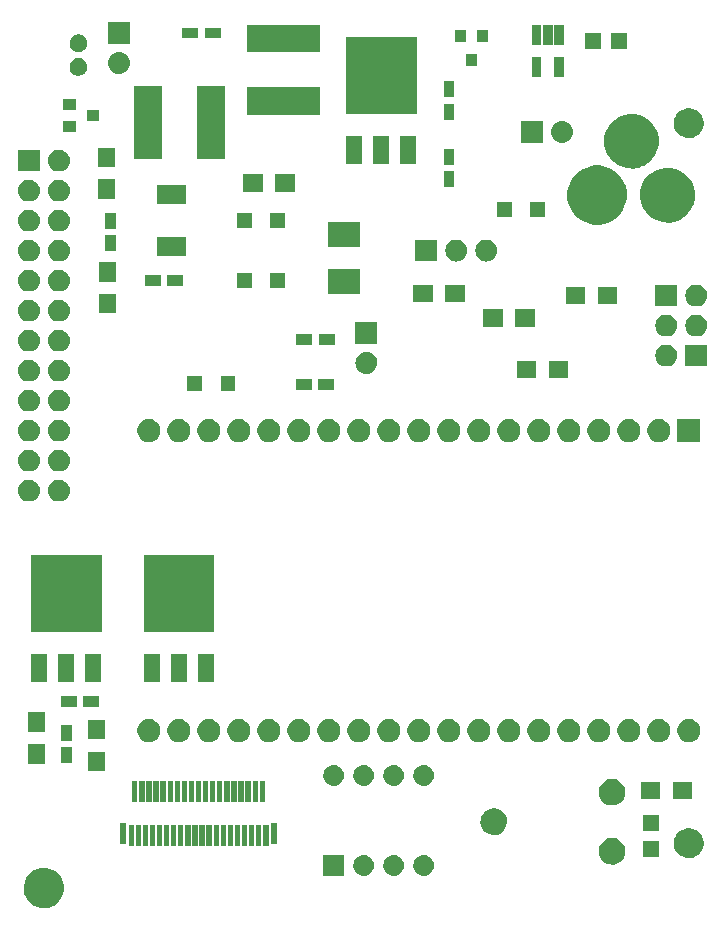
<source format=gts>
G04 #@! TF.FileFunction,Soldermask,Top*
%FSLAX46Y46*%
G04 Gerber Fmt 4.6, Leading zero omitted, Abs format (unit mm)*
G04 Created by KiCad (PCBNEW 4.0.6) date Sunday, June 18, 2017 'PMt' 11:18:17 PM*
%MOMM*%
%LPD*%
G01*
G04 APERTURE LIST*
%ADD10C,0.100000*%
G04 APERTURE END LIST*
D10*
G36*
X51614209Y-145614936D02*
X51941979Y-145682217D01*
X52250436Y-145811880D01*
X52527836Y-145998989D01*
X52763609Y-146236415D01*
X52948776Y-146515113D01*
X53076282Y-146824466D01*
X53076282Y-146824468D01*
X53141274Y-147152698D01*
X53135937Y-147534878D01*
X53135897Y-147535054D01*
X53135897Y-147535055D01*
X53061806Y-147861167D01*
X52925710Y-148166844D01*
X52732837Y-148440259D01*
X52732835Y-148440261D01*
X52490525Y-148671010D01*
X52283612Y-148802321D01*
X52208009Y-148850300D01*
X51896052Y-148971300D01*
X51566529Y-149029404D01*
X51232001Y-149022396D01*
X50905208Y-148950546D01*
X50905207Y-148950546D01*
X50905204Y-148950545D01*
X50675751Y-148850299D01*
X50598583Y-148816585D01*
X50323826Y-148625624D01*
X50091391Y-148384930D01*
X49910134Y-148103675D01*
X49786960Y-147792572D01*
X49726557Y-147463464D01*
X49731229Y-147128890D01*
X49800796Y-146801599D01*
X49932611Y-146494055D01*
X50121651Y-146217969D01*
X50127771Y-146211976D01*
X50360715Y-145983859D01*
X50623525Y-145811881D01*
X50640701Y-145800641D01*
X50950936Y-145675299D01*
X50950935Y-145675299D01*
X50950938Y-145675298D01*
X51115276Y-145643949D01*
X51279616Y-145612599D01*
X51614209Y-145614936D01*
X51614209Y-145614936D01*
G37*
G36*
X78686184Y-144537456D02*
X78849541Y-144588024D01*
X78999965Y-144669357D01*
X79131726Y-144778360D01*
X79239806Y-144910878D01*
X79320087Y-145061866D01*
X79369513Y-145225572D01*
X79386200Y-145395760D01*
X79386200Y-145404362D01*
X79386138Y-145413163D01*
X79386115Y-145416474D01*
X79367053Y-145586412D01*
X79315346Y-145749412D01*
X79232964Y-145899264D01*
X79123045Y-146030261D01*
X78989775Y-146137413D01*
X78838230Y-146216638D01*
X78674184Y-146264920D01*
X78674160Y-146264922D01*
X78674157Y-146264923D01*
X78503887Y-146280419D01*
X78503883Y-146280419D01*
X78333816Y-146262544D01*
X78170459Y-146211976D01*
X78020035Y-146130643D01*
X77888274Y-146021640D01*
X77780194Y-145889122D01*
X77699913Y-145738134D01*
X77650487Y-145574428D01*
X77633800Y-145404240D01*
X77633800Y-145395638D01*
X77633878Y-145384565D01*
X77633885Y-145383526D01*
X77652947Y-145213588D01*
X77704654Y-145050588D01*
X77787036Y-144900736D01*
X77896955Y-144769739D01*
X78030225Y-144662587D01*
X78181770Y-144583362D01*
X78345816Y-144535080D01*
X78345840Y-144535078D01*
X78345843Y-144535077D01*
X78516115Y-144519581D01*
X78516117Y-144519581D01*
X78686184Y-144537456D01*
X78686184Y-144537456D01*
G37*
G36*
X81226184Y-144537456D02*
X81389541Y-144588024D01*
X81539965Y-144669357D01*
X81671726Y-144778360D01*
X81779806Y-144910878D01*
X81860087Y-145061866D01*
X81909513Y-145225572D01*
X81926200Y-145395760D01*
X81926200Y-145404362D01*
X81926138Y-145413163D01*
X81926115Y-145416474D01*
X81907053Y-145586412D01*
X81855346Y-145749412D01*
X81772964Y-145899264D01*
X81663045Y-146030261D01*
X81529775Y-146137413D01*
X81378230Y-146216638D01*
X81214184Y-146264920D01*
X81214160Y-146264922D01*
X81214157Y-146264923D01*
X81043887Y-146280419D01*
X81043883Y-146280419D01*
X80873816Y-146262544D01*
X80710459Y-146211976D01*
X80560035Y-146130643D01*
X80428274Y-146021640D01*
X80320194Y-145889122D01*
X80239913Y-145738134D01*
X80190487Y-145574428D01*
X80173800Y-145404240D01*
X80173800Y-145395638D01*
X80173878Y-145384565D01*
X80173885Y-145383526D01*
X80192947Y-145213588D01*
X80244654Y-145050588D01*
X80327036Y-144900736D01*
X80436955Y-144769739D01*
X80570225Y-144662587D01*
X80721770Y-144583362D01*
X80885816Y-144535080D01*
X80885840Y-144535078D01*
X80885843Y-144535077D01*
X81056115Y-144519581D01*
X81056117Y-144519581D01*
X81226184Y-144537456D01*
X81226184Y-144537456D01*
G37*
G36*
X83766184Y-144537456D02*
X83929541Y-144588024D01*
X84079965Y-144669357D01*
X84211726Y-144778360D01*
X84319806Y-144910878D01*
X84400087Y-145061866D01*
X84449513Y-145225572D01*
X84466200Y-145395760D01*
X84466200Y-145404362D01*
X84466138Y-145413163D01*
X84466115Y-145416474D01*
X84447053Y-145586412D01*
X84395346Y-145749412D01*
X84312964Y-145899264D01*
X84203045Y-146030261D01*
X84069775Y-146137413D01*
X83918230Y-146216638D01*
X83754184Y-146264920D01*
X83754160Y-146264922D01*
X83754157Y-146264923D01*
X83583887Y-146280419D01*
X83583883Y-146280419D01*
X83413816Y-146262544D01*
X83250459Y-146211976D01*
X83100035Y-146130643D01*
X82968274Y-146021640D01*
X82860194Y-145889122D01*
X82779913Y-145738134D01*
X82730487Y-145574428D01*
X82713800Y-145404240D01*
X82713800Y-145395638D01*
X82713878Y-145384565D01*
X82713885Y-145383526D01*
X82732947Y-145213588D01*
X82784654Y-145050588D01*
X82867036Y-144900736D01*
X82976955Y-144769739D01*
X83110225Y-144662587D01*
X83261770Y-144583362D01*
X83425816Y-144535080D01*
X83425840Y-144535078D01*
X83425843Y-144535077D01*
X83596115Y-144519581D01*
X83596117Y-144519581D01*
X83766184Y-144537456D01*
X83766184Y-144537456D01*
G37*
G36*
X76846200Y-146276200D02*
X75093800Y-146276200D01*
X75093800Y-144523800D01*
X76846200Y-144523800D01*
X76846200Y-146276200D01*
X76846200Y-146276200D01*
G37*
G36*
X99648289Y-143074549D02*
X99864638Y-143118959D01*
X100068236Y-143204543D01*
X100251343Y-143328051D01*
X100406967Y-143484765D01*
X100529189Y-143668724D01*
X100613350Y-143872915D01*
X100656214Y-144089392D01*
X100656214Y-144089398D01*
X100656248Y-144089570D01*
X100652726Y-144341833D01*
X100652686Y-144342009D01*
X100652686Y-144342010D01*
X100603796Y-144557205D01*
X100513963Y-144758972D01*
X100386655Y-144939442D01*
X100226714Y-145091752D01*
X100040235Y-145210095D01*
X99834323Y-145289963D01*
X99616817Y-145328316D01*
X99396007Y-145323690D01*
X99180305Y-145276265D01*
X98977910Y-145187841D01*
X98796554Y-145061795D01*
X98643132Y-144902922D01*
X98523491Y-144717276D01*
X98442189Y-144511929D01*
X98402319Y-144294696D01*
X98405403Y-144073854D01*
X98451321Y-143857822D01*
X98538327Y-143654824D01*
X98663106Y-143472589D01*
X98820904Y-143318063D01*
X99005714Y-143197126D01*
X99210486Y-143114393D01*
X99427438Y-143073006D01*
X99648289Y-143074549D01*
X99648289Y-143074549D01*
G37*
G36*
X106178393Y-142240845D02*
X106422367Y-142290925D01*
X106651962Y-142387438D01*
X106858448Y-142526715D01*
X107033943Y-142703440D01*
X107171772Y-142910887D01*
X107266679Y-143141152D01*
X107315021Y-143385291D01*
X107315021Y-143385303D01*
X107315054Y-143385470D01*
X107311082Y-143669943D01*
X107311043Y-143670114D01*
X107311043Y-143670120D01*
X107255905Y-143912815D01*
X107154602Y-144140344D01*
X107011038Y-144343859D01*
X106830675Y-144515616D01*
X106620385Y-144649070D01*
X106388181Y-144739136D01*
X106142903Y-144782386D01*
X105893898Y-144777169D01*
X105650653Y-144723689D01*
X105422417Y-144623975D01*
X105217903Y-144481834D01*
X105044891Y-144302675D01*
X104909974Y-144093325D01*
X104818290Y-143861757D01*
X104773330Y-143616787D01*
X104776807Y-143367747D01*
X104828589Y-143124131D01*
X104926705Y-142895213D01*
X105067415Y-142689709D01*
X105245362Y-142515452D01*
X105453769Y-142379073D01*
X105684689Y-142285776D01*
X105929341Y-142239105D01*
X106178393Y-142240845D01*
X106178393Y-142240845D01*
G37*
G36*
X103546200Y-144651200D02*
X102193800Y-144651200D01*
X102193800Y-143298800D01*
X103546200Y-143298800D01*
X103546200Y-144651200D01*
X103546200Y-144651200D01*
G37*
G36*
X64456200Y-143756200D02*
X64003800Y-143756200D01*
X64003800Y-142003800D01*
X64456200Y-142003800D01*
X64456200Y-143756200D01*
X64456200Y-143756200D01*
G37*
G36*
X63856200Y-143756200D02*
X63403800Y-143756200D01*
X63403800Y-142003800D01*
X63856200Y-142003800D01*
X63856200Y-143756200D01*
X63856200Y-143756200D01*
G37*
G36*
X63256200Y-143756200D02*
X62803800Y-143756200D01*
X62803800Y-142003800D01*
X63256200Y-142003800D01*
X63256200Y-143756200D01*
X63256200Y-143756200D01*
G37*
G36*
X62656200Y-143756200D02*
X62203800Y-143756200D01*
X62203800Y-142003800D01*
X62656200Y-142003800D01*
X62656200Y-143756200D01*
X62656200Y-143756200D01*
G37*
G36*
X62056200Y-143756200D02*
X61603800Y-143756200D01*
X61603800Y-142003800D01*
X62056200Y-142003800D01*
X62056200Y-143756200D01*
X62056200Y-143756200D01*
G37*
G36*
X61456200Y-143756200D02*
X61003800Y-143756200D01*
X61003800Y-142003800D01*
X61456200Y-142003800D01*
X61456200Y-143756200D01*
X61456200Y-143756200D01*
G37*
G36*
X60856200Y-143756200D02*
X60403800Y-143756200D01*
X60403800Y-142003800D01*
X60856200Y-142003800D01*
X60856200Y-143756200D01*
X60856200Y-143756200D01*
G37*
G36*
X60256200Y-143756200D02*
X59803800Y-143756200D01*
X59803800Y-142003800D01*
X60256200Y-142003800D01*
X60256200Y-143756200D01*
X60256200Y-143756200D01*
G37*
G36*
X59656200Y-143756200D02*
X59203800Y-143756200D01*
X59203800Y-142003800D01*
X59656200Y-142003800D01*
X59656200Y-143756200D01*
X59656200Y-143756200D01*
G37*
G36*
X59056200Y-143756200D02*
X58603800Y-143756200D01*
X58603800Y-142003800D01*
X59056200Y-142003800D01*
X59056200Y-143756200D01*
X59056200Y-143756200D01*
G37*
G36*
X65056200Y-143756200D02*
X64603800Y-143756200D01*
X64603800Y-142003800D01*
X65056200Y-142003800D01*
X65056200Y-143756200D01*
X65056200Y-143756200D01*
G37*
G36*
X65656200Y-143756200D02*
X65203800Y-143756200D01*
X65203800Y-142003800D01*
X65656200Y-142003800D01*
X65656200Y-143756200D01*
X65656200Y-143756200D01*
G37*
G36*
X66256200Y-143756200D02*
X65803800Y-143756200D01*
X65803800Y-142003800D01*
X66256200Y-142003800D01*
X66256200Y-143756200D01*
X66256200Y-143756200D01*
G37*
G36*
X66856200Y-143756200D02*
X66403800Y-143756200D01*
X66403800Y-142003800D01*
X66856200Y-142003800D01*
X66856200Y-143756200D01*
X66856200Y-143756200D01*
G37*
G36*
X67456200Y-143756200D02*
X67003800Y-143756200D01*
X67003800Y-142003800D01*
X67456200Y-142003800D01*
X67456200Y-143756200D01*
X67456200Y-143756200D01*
G37*
G36*
X68056200Y-143756200D02*
X67603800Y-143756200D01*
X67603800Y-142003800D01*
X68056200Y-142003800D01*
X68056200Y-143756200D01*
X68056200Y-143756200D01*
G37*
G36*
X68656200Y-143756200D02*
X68203800Y-143756200D01*
X68203800Y-142003800D01*
X68656200Y-142003800D01*
X68656200Y-143756200D01*
X68656200Y-143756200D01*
G37*
G36*
X69256200Y-143756200D02*
X68803800Y-143756200D01*
X68803800Y-142003800D01*
X69256200Y-142003800D01*
X69256200Y-143756200D01*
X69256200Y-143756200D01*
G37*
G36*
X69856200Y-143756200D02*
X69403800Y-143756200D01*
X69403800Y-142003800D01*
X69856200Y-142003800D01*
X69856200Y-143756200D01*
X69856200Y-143756200D01*
G37*
G36*
X70456200Y-143756200D02*
X70003800Y-143756200D01*
X70003800Y-142003800D01*
X70456200Y-142003800D01*
X70456200Y-143756200D01*
X70456200Y-143756200D01*
G37*
G36*
X71206200Y-143556200D02*
X70653800Y-143556200D01*
X70653800Y-141803800D01*
X71206200Y-141803800D01*
X71206200Y-143556200D01*
X71206200Y-143556200D01*
G37*
G36*
X58406200Y-143556200D02*
X57853800Y-143556200D01*
X57853800Y-141803800D01*
X58406200Y-141803800D01*
X58406200Y-143556200D01*
X58406200Y-143556200D01*
G37*
G36*
X89648289Y-140574549D02*
X89864638Y-140618959D01*
X90068236Y-140704543D01*
X90251343Y-140828051D01*
X90406967Y-140984765D01*
X90529189Y-141168724D01*
X90613350Y-141372915D01*
X90656214Y-141589392D01*
X90656214Y-141589398D01*
X90656248Y-141589570D01*
X90652726Y-141841833D01*
X90652686Y-141842009D01*
X90652686Y-141842010D01*
X90603796Y-142057205D01*
X90513963Y-142258972D01*
X90386655Y-142439442D01*
X90226714Y-142591752D01*
X90040235Y-142710095D01*
X89834323Y-142789963D01*
X89616817Y-142828316D01*
X89396007Y-142823690D01*
X89180305Y-142776265D01*
X88977910Y-142687841D01*
X88796554Y-142561795D01*
X88643132Y-142402922D01*
X88523491Y-142217276D01*
X88442189Y-142011929D01*
X88402319Y-141794696D01*
X88405403Y-141573854D01*
X88451321Y-141357822D01*
X88538327Y-141154824D01*
X88663106Y-140972589D01*
X88820904Y-140818063D01*
X89005714Y-140697126D01*
X89210486Y-140614393D01*
X89427438Y-140573006D01*
X89648289Y-140574549D01*
X89648289Y-140574549D01*
G37*
G36*
X103546200Y-142451200D02*
X102193800Y-142451200D01*
X102193800Y-141098800D01*
X103546200Y-141098800D01*
X103546200Y-142451200D01*
X103546200Y-142451200D01*
G37*
G36*
X99648289Y-138074549D02*
X99864638Y-138118959D01*
X100068236Y-138204543D01*
X100251343Y-138328051D01*
X100406967Y-138484765D01*
X100529189Y-138668724D01*
X100613350Y-138872915D01*
X100656214Y-139089392D01*
X100656214Y-139089398D01*
X100656248Y-139089570D01*
X100652726Y-139341833D01*
X100652686Y-139342009D01*
X100652686Y-139342010D01*
X100603796Y-139557205D01*
X100513963Y-139758972D01*
X100386655Y-139939442D01*
X100226714Y-140091752D01*
X100040235Y-140210095D01*
X99834323Y-140289963D01*
X99616817Y-140328316D01*
X99396007Y-140323690D01*
X99180305Y-140276265D01*
X98977910Y-140187841D01*
X98796554Y-140061795D01*
X98643132Y-139902922D01*
X98523491Y-139717276D01*
X98442189Y-139511929D01*
X98402319Y-139294696D01*
X98405403Y-139073854D01*
X98451321Y-138857822D01*
X98538327Y-138654824D01*
X98663106Y-138472589D01*
X98820904Y-138318063D01*
X99005714Y-138197126D01*
X99210486Y-138114393D01*
X99427438Y-138073006D01*
X99648289Y-138074549D01*
X99648289Y-138074549D01*
G37*
G36*
X63556200Y-140006200D02*
X63103800Y-140006200D01*
X63103800Y-138253800D01*
X63556200Y-138253800D01*
X63556200Y-140006200D01*
X63556200Y-140006200D01*
G37*
G36*
X62956200Y-140006200D02*
X62503800Y-140006200D01*
X62503800Y-138253800D01*
X62956200Y-138253800D01*
X62956200Y-140006200D01*
X62956200Y-140006200D01*
G37*
G36*
X62356200Y-140006200D02*
X61903800Y-140006200D01*
X61903800Y-138253800D01*
X62356200Y-138253800D01*
X62356200Y-140006200D01*
X62356200Y-140006200D01*
G37*
G36*
X61756200Y-140006200D02*
X61303800Y-140006200D01*
X61303800Y-138253800D01*
X61756200Y-138253800D01*
X61756200Y-140006200D01*
X61756200Y-140006200D01*
G37*
G36*
X61156200Y-140006200D02*
X60703800Y-140006200D01*
X60703800Y-138253800D01*
X61156200Y-138253800D01*
X61156200Y-140006200D01*
X61156200Y-140006200D01*
G37*
G36*
X60556200Y-140006200D02*
X60103800Y-140006200D01*
X60103800Y-138253800D01*
X60556200Y-138253800D01*
X60556200Y-140006200D01*
X60556200Y-140006200D01*
G37*
G36*
X59956200Y-140006200D02*
X59503800Y-140006200D01*
X59503800Y-138253800D01*
X59956200Y-138253800D01*
X59956200Y-140006200D01*
X59956200Y-140006200D01*
G37*
G36*
X64156200Y-140006200D02*
X63703800Y-140006200D01*
X63703800Y-138253800D01*
X64156200Y-138253800D01*
X64156200Y-140006200D01*
X64156200Y-140006200D01*
G37*
G36*
X64756200Y-140006200D02*
X64303800Y-140006200D01*
X64303800Y-138253800D01*
X64756200Y-138253800D01*
X64756200Y-140006200D01*
X64756200Y-140006200D01*
G37*
G36*
X59356200Y-140006200D02*
X58903800Y-140006200D01*
X58903800Y-138253800D01*
X59356200Y-138253800D01*
X59356200Y-140006200D01*
X59356200Y-140006200D01*
G37*
G36*
X65356200Y-140006200D02*
X64903800Y-140006200D01*
X64903800Y-138253800D01*
X65356200Y-138253800D01*
X65356200Y-140006200D01*
X65356200Y-140006200D01*
G37*
G36*
X65956200Y-140006200D02*
X65503800Y-140006200D01*
X65503800Y-138253800D01*
X65956200Y-138253800D01*
X65956200Y-140006200D01*
X65956200Y-140006200D01*
G37*
G36*
X66556200Y-140006200D02*
X66103800Y-140006200D01*
X66103800Y-138253800D01*
X66556200Y-138253800D01*
X66556200Y-140006200D01*
X66556200Y-140006200D01*
G37*
G36*
X67156200Y-140006200D02*
X66703800Y-140006200D01*
X66703800Y-138253800D01*
X67156200Y-138253800D01*
X67156200Y-140006200D01*
X67156200Y-140006200D01*
G37*
G36*
X67756200Y-140006200D02*
X67303800Y-140006200D01*
X67303800Y-138253800D01*
X67756200Y-138253800D01*
X67756200Y-140006200D01*
X67756200Y-140006200D01*
G37*
G36*
X68356200Y-140006200D02*
X67903800Y-140006200D01*
X67903800Y-138253800D01*
X68356200Y-138253800D01*
X68356200Y-140006200D01*
X68356200Y-140006200D01*
G37*
G36*
X68956200Y-140006200D02*
X68503800Y-140006200D01*
X68503800Y-138253800D01*
X68956200Y-138253800D01*
X68956200Y-140006200D01*
X68956200Y-140006200D01*
G37*
G36*
X69556200Y-140006200D02*
X69103800Y-140006200D01*
X69103800Y-138253800D01*
X69556200Y-138253800D01*
X69556200Y-140006200D01*
X69556200Y-140006200D01*
G37*
G36*
X70156200Y-140006200D02*
X69703800Y-140006200D01*
X69703800Y-138253800D01*
X70156200Y-138253800D01*
X70156200Y-140006200D01*
X70156200Y-140006200D01*
G37*
G36*
X106316200Y-139791200D02*
X104663800Y-139791200D01*
X104663800Y-138338800D01*
X106316200Y-138338800D01*
X106316200Y-139791200D01*
X106316200Y-139791200D01*
G37*
G36*
X103616200Y-139791200D02*
X101963800Y-139791200D01*
X101963800Y-138338800D01*
X103616200Y-138338800D01*
X103616200Y-139791200D01*
X103616200Y-139791200D01*
G37*
G36*
X76146184Y-136917456D02*
X76309541Y-136968024D01*
X76459965Y-137049357D01*
X76591726Y-137158360D01*
X76699806Y-137290878D01*
X76780087Y-137441866D01*
X76829513Y-137605572D01*
X76846200Y-137775760D01*
X76846200Y-137784362D01*
X76846138Y-137793163D01*
X76846115Y-137796474D01*
X76827053Y-137966412D01*
X76775346Y-138129412D01*
X76692964Y-138279264D01*
X76583045Y-138410261D01*
X76449775Y-138517413D01*
X76298230Y-138596638D01*
X76134184Y-138644920D01*
X76134160Y-138644922D01*
X76134157Y-138644923D01*
X75963887Y-138660419D01*
X75963883Y-138660419D01*
X75793816Y-138642544D01*
X75630459Y-138591976D01*
X75480035Y-138510643D01*
X75348274Y-138401640D01*
X75240194Y-138269122D01*
X75159913Y-138118134D01*
X75110487Y-137954428D01*
X75093800Y-137784240D01*
X75093800Y-137775638D01*
X75093878Y-137764565D01*
X75093885Y-137763526D01*
X75112947Y-137593588D01*
X75164654Y-137430588D01*
X75247036Y-137280736D01*
X75356955Y-137149739D01*
X75490225Y-137042587D01*
X75641770Y-136963362D01*
X75805816Y-136915080D01*
X75805840Y-136915078D01*
X75805843Y-136915077D01*
X75976115Y-136899581D01*
X75976117Y-136899581D01*
X76146184Y-136917456D01*
X76146184Y-136917456D01*
G37*
G36*
X78686184Y-136917456D02*
X78849541Y-136968024D01*
X78999965Y-137049357D01*
X79131726Y-137158360D01*
X79239806Y-137290878D01*
X79320087Y-137441866D01*
X79369513Y-137605572D01*
X79386200Y-137775760D01*
X79386200Y-137784362D01*
X79386138Y-137793163D01*
X79386115Y-137796474D01*
X79367053Y-137966412D01*
X79315346Y-138129412D01*
X79232964Y-138279264D01*
X79123045Y-138410261D01*
X78989775Y-138517413D01*
X78838230Y-138596638D01*
X78674184Y-138644920D01*
X78674160Y-138644922D01*
X78674157Y-138644923D01*
X78503887Y-138660419D01*
X78503883Y-138660419D01*
X78333816Y-138642544D01*
X78170459Y-138591976D01*
X78020035Y-138510643D01*
X77888274Y-138401640D01*
X77780194Y-138269122D01*
X77699913Y-138118134D01*
X77650487Y-137954428D01*
X77633800Y-137784240D01*
X77633800Y-137775638D01*
X77633878Y-137764565D01*
X77633885Y-137763526D01*
X77652947Y-137593588D01*
X77704654Y-137430588D01*
X77787036Y-137280736D01*
X77896955Y-137149739D01*
X78030225Y-137042587D01*
X78181770Y-136963362D01*
X78345816Y-136915080D01*
X78345840Y-136915078D01*
X78345843Y-136915077D01*
X78516115Y-136899581D01*
X78516117Y-136899581D01*
X78686184Y-136917456D01*
X78686184Y-136917456D01*
G37*
G36*
X81226184Y-136917456D02*
X81389541Y-136968024D01*
X81539965Y-137049357D01*
X81671726Y-137158360D01*
X81779806Y-137290878D01*
X81860087Y-137441866D01*
X81909513Y-137605572D01*
X81926200Y-137775760D01*
X81926200Y-137784362D01*
X81926138Y-137793163D01*
X81926115Y-137796474D01*
X81907053Y-137966412D01*
X81855346Y-138129412D01*
X81772964Y-138279264D01*
X81663045Y-138410261D01*
X81529775Y-138517413D01*
X81378230Y-138596638D01*
X81214184Y-138644920D01*
X81214160Y-138644922D01*
X81214157Y-138644923D01*
X81043887Y-138660419D01*
X81043883Y-138660419D01*
X80873816Y-138642544D01*
X80710459Y-138591976D01*
X80560035Y-138510643D01*
X80428274Y-138401640D01*
X80320194Y-138269122D01*
X80239913Y-138118134D01*
X80190487Y-137954428D01*
X80173800Y-137784240D01*
X80173800Y-137775638D01*
X80173878Y-137764565D01*
X80173885Y-137763526D01*
X80192947Y-137593588D01*
X80244654Y-137430588D01*
X80327036Y-137280736D01*
X80436955Y-137149739D01*
X80570225Y-137042587D01*
X80721770Y-136963362D01*
X80885816Y-136915080D01*
X80885840Y-136915078D01*
X80885843Y-136915077D01*
X81056115Y-136899581D01*
X81056117Y-136899581D01*
X81226184Y-136917456D01*
X81226184Y-136917456D01*
G37*
G36*
X83766184Y-136917456D02*
X83929541Y-136968024D01*
X84079965Y-137049357D01*
X84211726Y-137158360D01*
X84319806Y-137290878D01*
X84400087Y-137441866D01*
X84449513Y-137605572D01*
X84466200Y-137775760D01*
X84466200Y-137784362D01*
X84466138Y-137793163D01*
X84466115Y-137796474D01*
X84447053Y-137966412D01*
X84395346Y-138129412D01*
X84312964Y-138279264D01*
X84203045Y-138410261D01*
X84069775Y-138517413D01*
X83918230Y-138596638D01*
X83754184Y-138644920D01*
X83754160Y-138644922D01*
X83754157Y-138644923D01*
X83583887Y-138660419D01*
X83583883Y-138660419D01*
X83413816Y-138642544D01*
X83250459Y-138591976D01*
X83100035Y-138510643D01*
X82968274Y-138401640D01*
X82860194Y-138269122D01*
X82779913Y-138118134D01*
X82730487Y-137954428D01*
X82713800Y-137784240D01*
X82713800Y-137775638D01*
X82713878Y-137764565D01*
X82713885Y-137763526D01*
X82732947Y-137593588D01*
X82784654Y-137430588D01*
X82867036Y-137280736D01*
X82976955Y-137149739D01*
X83110225Y-137042587D01*
X83261770Y-136963362D01*
X83425816Y-136915080D01*
X83425840Y-136915078D01*
X83425843Y-136915077D01*
X83596115Y-136899581D01*
X83596117Y-136899581D01*
X83766184Y-136917456D01*
X83766184Y-136917456D01*
G37*
G36*
X56606200Y-137431200D02*
X55153800Y-137431200D01*
X55153800Y-135778800D01*
X56606200Y-135778800D01*
X56606200Y-137431200D01*
X56606200Y-137431200D01*
G37*
G36*
X51526200Y-136796200D02*
X50073800Y-136796200D01*
X50073800Y-135143800D01*
X51526200Y-135143800D01*
X51526200Y-136796200D01*
X51526200Y-136796200D01*
G37*
G36*
X53791200Y-136754200D02*
X52888800Y-136754200D01*
X52888800Y-135401800D01*
X53791200Y-135401800D01*
X53791200Y-136754200D01*
X53791200Y-136754200D01*
G37*
G36*
X83287534Y-133009449D02*
X83475067Y-133047944D01*
X83651547Y-133122129D01*
X83810267Y-133229187D01*
X83945163Y-133365029D01*
X84051106Y-133524485D01*
X84124057Y-133701480D01*
X84161208Y-133889100D01*
X84161208Y-133889112D01*
X84161241Y-133889279D01*
X84158188Y-134107942D01*
X84158149Y-134108113D01*
X84158149Y-134108119D01*
X84115775Y-134294629D01*
X84037908Y-134469522D01*
X83927557Y-134625955D01*
X83788918Y-134757978D01*
X83627276Y-134860559D01*
X83448790Y-134929789D01*
X83260254Y-134963034D01*
X83068854Y-134959024D01*
X82881882Y-134917916D01*
X82706444Y-134841269D01*
X82549242Y-134732011D01*
X82416255Y-134594299D01*
X82312549Y-134433379D01*
X82242076Y-134255383D01*
X82207517Y-134067083D01*
X82210189Y-133875656D01*
X82249992Y-133688397D01*
X82325410Y-133512437D01*
X82433567Y-133354477D01*
X82570352Y-133220527D01*
X82730544Y-133115700D01*
X82908044Y-133043985D01*
X83096097Y-133008112D01*
X83287534Y-133009449D01*
X83287534Y-133009449D01*
G37*
G36*
X85827534Y-133009449D02*
X86015067Y-133047944D01*
X86191547Y-133122129D01*
X86350267Y-133229187D01*
X86485163Y-133365029D01*
X86591106Y-133524485D01*
X86664057Y-133701480D01*
X86701208Y-133889100D01*
X86701208Y-133889112D01*
X86701241Y-133889279D01*
X86698188Y-134107942D01*
X86698149Y-134108113D01*
X86698149Y-134108119D01*
X86655775Y-134294629D01*
X86577908Y-134469522D01*
X86467557Y-134625955D01*
X86328918Y-134757978D01*
X86167276Y-134860559D01*
X85988790Y-134929789D01*
X85800254Y-134963034D01*
X85608854Y-134959024D01*
X85421882Y-134917916D01*
X85246444Y-134841269D01*
X85089242Y-134732011D01*
X84956255Y-134594299D01*
X84852549Y-134433379D01*
X84782076Y-134255383D01*
X84747517Y-134067083D01*
X84750189Y-133875656D01*
X84789992Y-133688397D01*
X84865410Y-133512437D01*
X84973567Y-133354477D01*
X85110352Y-133220527D01*
X85270544Y-133115700D01*
X85448044Y-133043985D01*
X85636097Y-133008112D01*
X85827534Y-133009449D01*
X85827534Y-133009449D01*
G37*
G36*
X88367534Y-133009449D02*
X88555067Y-133047944D01*
X88731547Y-133122129D01*
X88890267Y-133229187D01*
X89025163Y-133365029D01*
X89131106Y-133524485D01*
X89204057Y-133701480D01*
X89241208Y-133889100D01*
X89241208Y-133889112D01*
X89241241Y-133889279D01*
X89238188Y-134107942D01*
X89238149Y-134108113D01*
X89238149Y-134108119D01*
X89195775Y-134294629D01*
X89117908Y-134469522D01*
X89007557Y-134625955D01*
X88868918Y-134757978D01*
X88707276Y-134860559D01*
X88528790Y-134929789D01*
X88340254Y-134963034D01*
X88148854Y-134959024D01*
X87961882Y-134917916D01*
X87786444Y-134841269D01*
X87629242Y-134732011D01*
X87496255Y-134594299D01*
X87392549Y-134433379D01*
X87322076Y-134255383D01*
X87287517Y-134067083D01*
X87290189Y-133875656D01*
X87329992Y-133688397D01*
X87405410Y-133512437D01*
X87513567Y-133354477D01*
X87650352Y-133220527D01*
X87810544Y-133115700D01*
X87988044Y-133043985D01*
X88176097Y-133008112D01*
X88367534Y-133009449D01*
X88367534Y-133009449D01*
G37*
G36*
X90907534Y-133009449D02*
X91095067Y-133047944D01*
X91271547Y-133122129D01*
X91430267Y-133229187D01*
X91565163Y-133365029D01*
X91671106Y-133524485D01*
X91744057Y-133701480D01*
X91781208Y-133889100D01*
X91781208Y-133889112D01*
X91781241Y-133889279D01*
X91778188Y-134107942D01*
X91778149Y-134108113D01*
X91778149Y-134108119D01*
X91735775Y-134294629D01*
X91657908Y-134469522D01*
X91547557Y-134625955D01*
X91408918Y-134757978D01*
X91247276Y-134860559D01*
X91068790Y-134929789D01*
X90880254Y-134963034D01*
X90688854Y-134959024D01*
X90501882Y-134917916D01*
X90326444Y-134841269D01*
X90169242Y-134732011D01*
X90036255Y-134594299D01*
X89932549Y-134433379D01*
X89862076Y-134255383D01*
X89827517Y-134067083D01*
X89830189Y-133875656D01*
X89869992Y-133688397D01*
X89945410Y-133512437D01*
X90053567Y-133354477D01*
X90190352Y-133220527D01*
X90350544Y-133115700D01*
X90528044Y-133043985D01*
X90716097Y-133008112D01*
X90907534Y-133009449D01*
X90907534Y-133009449D01*
G37*
G36*
X93447534Y-133009449D02*
X93635067Y-133047944D01*
X93811547Y-133122129D01*
X93970267Y-133229187D01*
X94105163Y-133365029D01*
X94211106Y-133524485D01*
X94284057Y-133701480D01*
X94321208Y-133889100D01*
X94321208Y-133889112D01*
X94321241Y-133889279D01*
X94318188Y-134107942D01*
X94318149Y-134108113D01*
X94318149Y-134108119D01*
X94275775Y-134294629D01*
X94197908Y-134469522D01*
X94087557Y-134625955D01*
X93948918Y-134757978D01*
X93787276Y-134860559D01*
X93608790Y-134929789D01*
X93420254Y-134963034D01*
X93228854Y-134959024D01*
X93041882Y-134917916D01*
X92866444Y-134841269D01*
X92709242Y-134732011D01*
X92576255Y-134594299D01*
X92472549Y-134433379D01*
X92402076Y-134255383D01*
X92367517Y-134067083D01*
X92370189Y-133875656D01*
X92409992Y-133688397D01*
X92485410Y-133512437D01*
X92593567Y-133354477D01*
X92730352Y-133220527D01*
X92890544Y-133115700D01*
X93068044Y-133043985D01*
X93256097Y-133008112D01*
X93447534Y-133009449D01*
X93447534Y-133009449D01*
G37*
G36*
X106147534Y-133009449D02*
X106335067Y-133047944D01*
X106511547Y-133122129D01*
X106670267Y-133229187D01*
X106805163Y-133365029D01*
X106911106Y-133524485D01*
X106984057Y-133701480D01*
X107021208Y-133889100D01*
X107021208Y-133889112D01*
X107021241Y-133889279D01*
X107018188Y-134107942D01*
X107018149Y-134108113D01*
X107018149Y-134108119D01*
X106975775Y-134294629D01*
X106897908Y-134469522D01*
X106787557Y-134625955D01*
X106648918Y-134757978D01*
X106487276Y-134860559D01*
X106308790Y-134929789D01*
X106120254Y-134963034D01*
X105928854Y-134959024D01*
X105741882Y-134917916D01*
X105566444Y-134841269D01*
X105409242Y-134732011D01*
X105276255Y-134594299D01*
X105172549Y-134433379D01*
X105102076Y-134255383D01*
X105067517Y-134067083D01*
X105070189Y-133875656D01*
X105109992Y-133688397D01*
X105185410Y-133512437D01*
X105293567Y-133354477D01*
X105430352Y-133220527D01*
X105590544Y-133115700D01*
X105768044Y-133043985D01*
X105956097Y-133008112D01*
X106147534Y-133009449D01*
X106147534Y-133009449D01*
G37*
G36*
X103607534Y-133009449D02*
X103795067Y-133047944D01*
X103971547Y-133122129D01*
X104130267Y-133229187D01*
X104265163Y-133365029D01*
X104371106Y-133524485D01*
X104444057Y-133701480D01*
X104481208Y-133889100D01*
X104481208Y-133889112D01*
X104481241Y-133889279D01*
X104478188Y-134107942D01*
X104478149Y-134108113D01*
X104478149Y-134108119D01*
X104435775Y-134294629D01*
X104357908Y-134469522D01*
X104247557Y-134625955D01*
X104108918Y-134757978D01*
X103947276Y-134860559D01*
X103768790Y-134929789D01*
X103580254Y-134963034D01*
X103388854Y-134959024D01*
X103201882Y-134917916D01*
X103026444Y-134841269D01*
X102869242Y-134732011D01*
X102736255Y-134594299D01*
X102632549Y-134433379D01*
X102562076Y-134255383D01*
X102527517Y-134067083D01*
X102530189Y-133875656D01*
X102569992Y-133688397D01*
X102645410Y-133512437D01*
X102753567Y-133354477D01*
X102890352Y-133220527D01*
X103050544Y-133115700D01*
X103228044Y-133043985D01*
X103416097Y-133008112D01*
X103607534Y-133009449D01*
X103607534Y-133009449D01*
G37*
G36*
X101067534Y-133009449D02*
X101255067Y-133047944D01*
X101431547Y-133122129D01*
X101590267Y-133229187D01*
X101725163Y-133365029D01*
X101831106Y-133524485D01*
X101904057Y-133701480D01*
X101941208Y-133889100D01*
X101941208Y-133889112D01*
X101941241Y-133889279D01*
X101938188Y-134107942D01*
X101938149Y-134108113D01*
X101938149Y-134108119D01*
X101895775Y-134294629D01*
X101817908Y-134469522D01*
X101707557Y-134625955D01*
X101568918Y-134757978D01*
X101407276Y-134860559D01*
X101228790Y-134929789D01*
X101040254Y-134963034D01*
X100848854Y-134959024D01*
X100661882Y-134917916D01*
X100486444Y-134841269D01*
X100329242Y-134732011D01*
X100196255Y-134594299D01*
X100092549Y-134433379D01*
X100022076Y-134255383D01*
X99987517Y-134067083D01*
X99990189Y-133875656D01*
X100029992Y-133688397D01*
X100105410Y-133512437D01*
X100213567Y-133354477D01*
X100350352Y-133220527D01*
X100510544Y-133115700D01*
X100688044Y-133043985D01*
X100876097Y-133008112D01*
X101067534Y-133009449D01*
X101067534Y-133009449D01*
G37*
G36*
X98527534Y-133009449D02*
X98715067Y-133047944D01*
X98891547Y-133122129D01*
X99050267Y-133229187D01*
X99185163Y-133365029D01*
X99291106Y-133524485D01*
X99364057Y-133701480D01*
X99401208Y-133889100D01*
X99401208Y-133889112D01*
X99401241Y-133889279D01*
X99398188Y-134107942D01*
X99398149Y-134108113D01*
X99398149Y-134108119D01*
X99355775Y-134294629D01*
X99277908Y-134469522D01*
X99167557Y-134625955D01*
X99028918Y-134757978D01*
X98867276Y-134860559D01*
X98688790Y-134929789D01*
X98500254Y-134963034D01*
X98308854Y-134959024D01*
X98121882Y-134917916D01*
X97946444Y-134841269D01*
X97789242Y-134732011D01*
X97656255Y-134594299D01*
X97552549Y-134433379D01*
X97482076Y-134255383D01*
X97447517Y-134067083D01*
X97450189Y-133875656D01*
X97489992Y-133688397D01*
X97565410Y-133512437D01*
X97673567Y-133354477D01*
X97810352Y-133220527D01*
X97970544Y-133115700D01*
X98148044Y-133043985D01*
X98336097Y-133008112D01*
X98527534Y-133009449D01*
X98527534Y-133009449D01*
G37*
G36*
X60427534Y-133009449D02*
X60615067Y-133047944D01*
X60791547Y-133122129D01*
X60950267Y-133229187D01*
X61085163Y-133365029D01*
X61191106Y-133524485D01*
X61264057Y-133701480D01*
X61301208Y-133889100D01*
X61301208Y-133889112D01*
X61301241Y-133889279D01*
X61298188Y-134107942D01*
X61298149Y-134108113D01*
X61298149Y-134108119D01*
X61255775Y-134294629D01*
X61177908Y-134469522D01*
X61067557Y-134625955D01*
X60928918Y-134757978D01*
X60767276Y-134860559D01*
X60588790Y-134929789D01*
X60400254Y-134963034D01*
X60208854Y-134959024D01*
X60021882Y-134917916D01*
X59846444Y-134841269D01*
X59689242Y-134732011D01*
X59556255Y-134594299D01*
X59452549Y-134433379D01*
X59382076Y-134255383D01*
X59347517Y-134067083D01*
X59350189Y-133875656D01*
X59389992Y-133688397D01*
X59465410Y-133512437D01*
X59573567Y-133354477D01*
X59710352Y-133220527D01*
X59870544Y-133115700D01*
X60048044Y-133043985D01*
X60236097Y-133008112D01*
X60427534Y-133009449D01*
X60427534Y-133009449D01*
G37*
G36*
X62967534Y-133009449D02*
X63155067Y-133047944D01*
X63331547Y-133122129D01*
X63490267Y-133229187D01*
X63625163Y-133365029D01*
X63731106Y-133524485D01*
X63804057Y-133701480D01*
X63841208Y-133889100D01*
X63841208Y-133889112D01*
X63841241Y-133889279D01*
X63838188Y-134107942D01*
X63838149Y-134108113D01*
X63838149Y-134108119D01*
X63795775Y-134294629D01*
X63717908Y-134469522D01*
X63607557Y-134625955D01*
X63468918Y-134757978D01*
X63307276Y-134860559D01*
X63128790Y-134929789D01*
X62940254Y-134963034D01*
X62748854Y-134959024D01*
X62561882Y-134917916D01*
X62386444Y-134841269D01*
X62229242Y-134732011D01*
X62096255Y-134594299D01*
X61992549Y-134433379D01*
X61922076Y-134255383D01*
X61887517Y-134067083D01*
X61890189Y-133875656D01*
X61929992Y-133688397D01*
X62005410Y-133512437D01*
X62113567Y-133354477D01*
X62250352Y-133220527D01*
X62410544Y-133115700D01*
X62588044Y-133043985D01*
X62776097Y-133008112D01*
X62967534Y-133009449D01*
X62967534Y-133009449D01*
G37*
G36*
X65507534Y-133009449D02*
X65695067Y-133047944D01*
X65871547Y-133122129D01*
X66030267Y-133229187D01*
X66165163Y-133365029D01*
X66271106Y-133524485D01*
X66344057Y-133701480D01*
X66381208Y-133889100D01*
X66381208Y-133889112D01*
X66381241Y-133889279D01*
X66378188Y-134107942D01*
X66378149Y-134108113D01*
X66378149Y-134108119D01*
X66335775Y-134294629D01*
X66257908Y-134469522D01*
X66147557Y-134625955D01*
X66008918Y-134757978D01*
X65847276Y-134860559D01*
X65668790Y-134929789D01*
X65480254Y-134963034D01*
X65288854Y-134959024D01*
X65101882Y-134917916D01*
X64926444Y-134841269D01*
X64769242Y-134732011D01*
X64636255Y-134594299D01*
X64532549Y-134433379D01*
X64462076Y-134255383D01*
X64427517Y-134067083D01*
X64430189Y-133875656D01*
X64469992Y-133688397D01*
X64545410Y-133512437D01*
X64653567Y-133354477D01*
X64790352Y-133220527D01*
X64950544Y-133115700D01*
X65128044Y-133043985D01*
X65316097Y-133008112D01*
X65507534Y-133009449D01*
X65507534Y-133009449D01*
G37*
G36*
X68047534Y-133009449D02*
X68235067Y-133047944D01*
X68411547Y-133122129D01*
X68570267Y-133229187D01*
X68705163Y-133365029D01*
X68811106Y-133524485D01*
X68884057Y-133701480D01*
X68921208Y-133889100D01*
X68921208Y-133889112D01*
X68921241Y-133889279D01*
X68918188Y-134107942D01*
X68918149Y-134108113D01*
X68918149Y-134108119D01*
X68875775Y-134294629D01*
X68797908Y-134469522D01*
X68687557Y-134625955D01*
X68548918Y-134757978D01*
X68387276Y-134860559D01*
X68208790Y-134929789D01*
X68020254Y-134963034D01*
X67828854Y-134959024D01*
X67641882Y-134917916D01*
X67466444Y-134841269D01*
X67309242Y-134732011D01*
X67176255Y-134594299D01*
X67072549Y-134433379D01*
X67002076Y-134255383D01*
X66967517Y-134067083D01*
X66970189Y-133875656D01*
X67009992Y-133688397D01*
X67085410Y-133512437D01*
X67193567Y-133354477D01*
X67330352Y-133220527D01*
X67490544Y-133115700D01*
X67668044Y-133043985D01*
X67856097Y-133008112D01*
X68047534Y-133009449D01*
X68047534Y-133009449D01*
G37*
G36*
X70587534Y-133009449D02*
X70775067Y-133047944D01*
X70951547Y-133122129D01*
X71110267Y-133229187D01*
X71245163Y-133365029D01*
X71351106Y-133524485D01*
X71424057Y-133701480D01*
X71461208Y-133889100D01*
X71461208Y-133889112D01*
X71461241Y-133889279D01*
X71458188Y-134107942D01*
X71458149Y-134108113D01*
X71458149Y-134108119D01*
X71415775Y-134294629D01*
X71337908Y-134469522D01*
X71227557Y-134625955D01*
X71088918Y-134757978D01*
X70927276Y-134860559D01*
X70748790Y-134929789D01*
X70560254Y-134963034D01*
X70368854Y-134959024D01*
X70181882Y-134917916D01*
X70006444Y-134841269D01*
X69849242Y-134732011D01*
X69716255Y-134594299D01*
X69612549Y-134433379D01*
X69542076Y-134255383D01*
X69507517Y-134067083D01*
X69510189Y-133875656D01*
X69549992Y-133688397D01*
X69625410Y-133512437D01*
X69733567Y-133354477D01*
X69870352Y-133220527D01*
X70030544Y-133115700D01*
X70208044Y-133043985D01*
X70396097Y-133008112D01*
X70587534Y-133009449D01*
X70587534Y-133009449D01*
G37*
G36*
X73127534Y-133009449D02*
X73315067Y-133047944D01*
X73491547Y-133122129D01*
X73650267Y-133229187D01*
X73785163Y-133365029D01*
X73891106Y-133524485D01*
X73964057Y-133701480D01*
X74001208Y-133889100D01*
X74001208Y-133889112D01*
X74001241Y-133889279D01*
X73998188Y-134107942D01*
X73998149Y-134108113D01*
X73998149Y-134108119D01*
X73955775Y-134294629D01*
X73877908Y-134469522D01*
X73767557Y-134625955D01*
X73628918Y-134757978D01*
X73467276Y-134860559D01*
X73288790Y-134929789D01*
X73100254Y-134963034D01*
X72908854Y-134959024D01*
X72721882Y-134917916D01*
X72546444Y-134841269D01*
X72389242Y-134732011D01*
X72256255Y-134594299D01*
X72152549Y-134433379D01*
X72082076Y-134255383D01*
X72047517Y-134067083D01*
X72050189Y-133875656D01*
X72089992Y-133688397D01*
X72165410Y-133512437D01*
X72273567Y-133354477D01*
X72410352Y-133220527D01*
X72570544Y-133115700D01*
X72748044Y-133043985D01*
X72936097Y-133008112D01*
X73127534Y-133009449D01*
X73127534Y-133009449D01*
G37*
G36*
X75667534Y-133009449D02*
X75855067Y-133047944D01*
X76031547Y-133122129D01*
X76190267Y-133229187D01*
X76325163Y-133365029D01*
X76431106Y-133524485D01*
X76504057Y-133701480D01*
X76541208Y-133889100D01*
X76541208Y-133889112D01*
X76541241Y-133889279D01*
X76538188Y-134107942D01*
X76538149Y-134108113D01*
X76538149Y-134108119D01*
X76495775Y-134294629D01*
X76417908Y-134469522D01*
X76307557Y-134625955D01*
X76168918Y-134757978D01*
X76007276Y-134860559D01*
X75828790Y-134929789D01*
X75640254Y-134963034D01*
X75448854Y-134959024D01*
X75261882Y-134917916D01*
X75086444Y-134841269D01*
X74929242Y-134732011D01*
X74796255Y-134594299D01*
X74692549Y-134433379D01*
X74622076Y-134255383D01*
X74587517Y-134067083D01*
X74590189Y-133875656D01*
X74629992Y-133688397D01*
X74705410Y-133512437D01*
X74813567Y-133354477D01*
X74950352Y-133220527D01*
X75110544Y-133115700D01*
X75288044Y-133043985D01*
X75476097Y-133008112D01*
X75667534Y-133009449D01*
X75667534Y-133009449D01*
G37*
G36*
X95987534Y-133009449D02*
X96175067Y-133047944D01*
X96351547Y-133122129D01*
X96510267Y-133229187D01*
X96645163Y-133365029D01*
X96751106Y-133524485D01*
X96824057Y-133701480D01*
X96861208Y-133889100D01*
X96861208Y-133889112D01*
X96861241Y-133889279D01*
X96858188Y-134107942D01*
X96858149Y-134108113D01*
X96858149Y-134108119D01*
X96815775Y-134294629D01*
X96737908Y-134469522D01*
X96627557Y-134625955D01*
X96488918Y-134757978D01*
X96327276Y-134860559D01*
X96148790Y-134929789D01*
X95960254Y-134963034D01*
X95768854Y-134959024D01*
X95581882Y-134917916D01*
X95406444Y-134841269D01*
X95249242Y-134732011D01*
X95116255Y-134594299D01*
X95012549Y-134433379D01*
X94942076Y-134255383D01*
X94907517Y-134067083D01*
X94910189Y-133875656D01*
X94949992Y-133688397D01*
X95025410Y-133512437D01*
X95133567Y-133354477D01*
X95270352Y-133220527D01*
X95430544Y-133115700D01*
X95608044Y-133043985D01*
X95796097Y-133008112D01*
X95987534Y-133009449D01*
X95987534Y-133009449D01*
G37*
G36*
X78207534Y-133009449D02*
X78395067Y-133047944D01*
X78571547Y-133122129D01*
X78730267Y-133229187D01*
X78865163Y-133365029D01*
X78971106Y-133524485D01*
X79044057Y-133701480D01*
X79081208Y-133889100D01*
X79081208Y-133889112D01*
X79081241Y-133889279D01*
X79078188Y-134107942D01*
X79078149Y-134108113D01*
X79078149Y-134108119D01*
X79035775Y-134294629D01*
X78957908Y-134469522D01*
X78847557Y-134625955D01*
X78708918Y-134757978D01*
X78547276Y-134860559D01*
X78368790Y-134929789D01*
X78180254Y-134963034D01*
X77988854Y-134959024D01*
X77801882Y-134917916D01*
X77626444Y-134841269D01*
X77469242Y-134732011D01*
X77336255Y-134594299D01*
X77232549Y-134433379D01*
X77162076Y-134255383D01*
X77127517Y-134067083D01*
X77130189Y-133875656D01*
X77169992Y-133688397D01*
X77245410Y-133512437D01*
X77353567Y-133354477D01*
X77490352Y-133220527D01*
X77650544Y-133115700D01*
X77828044Y-133043985D01*
X78016097Y-133008112D01*
X78207534Y-133009449D01*
X78207534Y-133009449D01*
G37*
G36*
X80747534Y-133009449D02*
X80935067Y-133047944D01*
X81111547Y-133122129D01*
X81270267Y-133229187D01*
X81405163Y-133365029D01*
X81511106Y-133524485D01*
X81584057Y-133701480D01*
X81621208Y-133889100D01*
X81621208Y-133889112D01*
X81621241Y-133889279D01*
X81618188Y-134107942D01*
X81618149Y-134108113D01*
X81618149Y-134108119D01*
X81575775Y-134294629D01*
X81497908Y-134469522D01*
X81387557Y-134625955D01*
X81248918Y-134757978D01*
X81087276Y-134860559D01*
X80908790Y-134929789D01*
X80720254Y-134963034D01*
X80528854Y-134959024D01*
X80341882Y-134917916D01*
X80166444Y-134841269D01*
X80009242Y-134732011D01*
X79876255Y-134594299D01*
X79772549Y-134433379D01*
X79702076Y-134255383D01*
X79667517Y-134067083D01*
X79670189Y-133875656D01*
X79709992Y-133688397D01*
X79785410Y-133512437D01*
X79893567Y-133354477D01*
X80030352Y-133220527D01*
X80190544Y-133115700D01*
X80368044Y-133043985D01*
X80556097Y-133008112D01*
X80747534Y-133009449D01*
X80747534Y-133009449D01*
G37*
G36*
X53791200Y-134854200D02*
X52888800Y-134854200D01*
X52888800Y-133501800D01*
X53791200Y-133501800D01*
X53791200Y-134854200D01*
X53791200Y-134854200D01*
G37*
G36*
X56606200Y-134731200D02*
X55153800Y-134731200D01*
X55153800Y-133078800D01*
X56606200Y-133078800D01*
X56606200Y-134731200D01*
X56606200Y-134731200D01*
G37*
G36*
X51526200Y-134096200D02*
X50073800Y-134096200D01*
X50073800Y-132443800D01*
X51526200Y-132443800D01*
X51526200Y-134096200D01*
X51526200Y-134096200D01*
G37*
G36*
X54234600Y-131972400D02*
X52882200Y-131972400D01*
X52882200Y-131070000D01*
X54234600Y-131070000D01*
X54234600Y-131972400D01*
X54234600Y-131972400D01*
G37*
G36*
X56134600Y-131972400D02*
X54782200Y-131972400D01*
X54782200Y-131070000D01*
X56134600Y-131070000D01*
X56134600Y-131972400D01*
X56134600Y-131972400D01*
G37*
G36*
X56296200Y-129836200D02*
X54943800Y-129836200D01*
X54943800Y-127483800D01*
X56296200Y-127483800D01*
X56296200Y-129836200D01*
X56296200Y-129836200D01*
G37*
G36*
X54016200Y-129836200D02*
X52663800Y-129836200D01*
X52663800Y-127483800D01*
X54016200Y-127483800D01*
X54016200Y-129836200D01*
X54016200Y-129836200D01*
G37*
G36*
X51736200Y-129836200D02*
X50383800Y-129836200D01*
X50383800Y-127483800D01*
X51736200Y-127483800D01*
X51736200Y-129836200D01*
X51736200Y-129836200D01*
G37*
G36*
X61261200Y-129836200D02*
X59908800Y-129836200D01*
X59908800Y-127483800D01*
X61261200Y-127483800D01*
X61261200Y-129836200D01*
X61261200Y-129836200D01*
G37*
G36*
X63541200Y-129836200D02*
X62188800Y-129836200D01*
X62188800Y-127483800D01*
X63541200Y-127483800D01*
X63541200Y-129836200D01*
X63541200Y-129836200D01*
G37*
G36*
X65821200Y-129836200D02*
X64468800Y-129836200D01*
X64468800Y-127483800D01*
X65821200Y-127483800D01*
X65821200Y-129836200D01*
X65821200Y-129836200D01*
G37*
G36*
X56316200Y-125636200D02*
X50363800Y-125636200D01*
X50363800Y-119083800D01*
X56316200Y-119083800D01*
X56316200Y-125636200D01*
X56316200Y-125636200D01*
G37*
G36*
X65841200Y-125636200D02*
X59888800Y-125636200D01*
X59888800Y-119083800D01*
X65841200Y-119083800D01*
X65841200Y-125636200D01*
X65841200Y-125636200D01*
G37*
G36*
X52718214Y-112738861D02*
X52722413Y-112738890D01*
X52902049Y-112759040D01*
X53074350Y-112813697D01*
X53232753Y-112900780D01*
X53371226Y-113016972D01*
X53484492Y-113157847D01*
X53568239Y-113318039D01*
X53619275Y-113491447D01*
X53619276Y-113491463D01*
X53619280Y-113491475D01*
X53635660Y-113671462D01*
X53616767Y-113851215D01*
X53616766Y-113851218D01*
X53616764Y-113851238D01*
X53563311Y-114023917D01*
X53477336Y-114182924D01*
X53362113Y-114322204D01*
X53222032Y-114436452D01*
X53062428Y-114521315D01*
X52889381Y-114573561D01*
X52709481Y-114591200D01*
X52700431Y-114591200D01*
X52691786Y-114591139D01*
X52687587Y-114591110D01*
X52507951Y-114570960D01*
X52335650Y-114516303D01*
X52177247Y-114429220D01*
X52038774Y-114313028D01*
X51925508Y-114172153D01*
X51841761Y-114011961D01*
X51790725Y-113838553D01*
X51790724Y-113838537D01*
X51790720Y-113838525D01*
X51774340Y-113658538D01*
X51793233Y-113478785D01*
X51793234Y-113478782D01*
X51793236Y-113478762D01*
X51846689Y-113306083D01*
X51932664Y-113147076D01*
X52047887Y-113007796D01*
X52187968Y-112893548D01*
X52347572Y-112808685D01*
X52520619Y-112756439D01*
X52700519Y-112738800D01*
X52709569Y-112738800D01*
X52718214Y-112738861D01*
X52718214Y-112738861D01*
G37*
G36*
X50178214Y-112738861D02*
X50182413Y-112738890D01*
X50362049Y-112759040D01*
X50534350Y-112813697D01*
X50692753Y-112900780D01*
X50831226Y-113016972D01*
X50944492Y-113157847D01*
X51028239Y-113318039D01*
X51079275Y-113491447D01*
X51079276Y-113491463D01*
X51079280Y-113491475D01*
X51095660Y-113671462D01*
X51076767Y-113851215D01*
X51076766Y-113851218D01*
X51076764Y-113851238D01*
X51023311Y-114023917D01*
X50937336Y-114182924D01*
X50822113Y-114322204D01*
X50682032Y-114436452D01*
X50522428Y-114521315D01*
X50349381Y-114573561D01*
X50169481Y-114591200D01*
X50160431Y-114591200D01*
X50151786Y-114591139D01*
X50147587Y-114591110D01*
X49967951Y-114570960D01*
X49795650Y-114516303D01*
X49637247Y-114429220D01*
X49498774Y-114313028D01*
X49385508Y-114172153D01*
X49301761Y-114011961D01*
X49250725Y-113838553D01*
X49250724Y-113838537D01*
X49250720Y-113838525D01*
X49234340Y-113658538D01*
X49253233Y-113478785D01*
X49253234Y-113478782D01*
X49253236Y-113478762D01*
X49306689Y-113306083D01*
X49392664Y-113147076D01*
X49507887Y-113007796D01*
X49647968Y-112893548D01*
X49807572Y-112808685D01*
X49980619Y-112756439D01*
X50160519Y-112738800D01*
X50169569Y-112738800D01*
X50178214Y-112738861D01*
X50178214Y-112738861D01*
G37*
G36*
X52718214Y-110198861D02*
X52722413Y-110198890D01*
X52902049Y-110219040D01*
X53074350Y-110273697D01*
X53232753Y-110360780D01*
X53371226Y-110476972D01*
X53484492Y-110617847D01*
X53568239Y-110778039D01*
X53619275Y-110951447D01*
X53619276Y-110951463D01*
X53619280Y-110951475D01*
X53635660Y-111131462D01*
X53616767Y-111311215D01*
X53616766Y-111311218D01*
X53616764Y-111311238D01*
X53563311Y-111483917D01*
X53477336Y-111642924D01*
X53362113Y-111782204D01*
X53222032Y-111896452D01*
X53062428Y-111981315D01*
X52889381Y-112033561D01*
X52709481Y-112051200D01*
X52700431Y-112051200D01*
X52691786Y-112051139D01*
X52687587Y-112051110D01*
X52507951Y-112030960D01*
X52335650Y-111976303D01*
X52177247Y-111889220D01*
X52038774Y-111773028D01*
X51925508Y-111632153D01*
X51841761Y-111471961D01*
X51790725Y-111298553D01*
X51790724Y-111298537D01*
X51790720Y-111298525D01*
X51774340Y-111118538D01*
X51793233Y-110938785D01*
X51793234Y-110938782D01*
X51793236Y-110938762D01*
X51846689Y-110766083D01*
X51932664Y-110607076D01*
X52047887Y-110467796D01*
X52187968Y-110353548D01*
X52347572Y-110268685D01*
X52520619Y-110216439D01*
X52700519Y-110198800D01*
X52709569Y-110198800D01*
X52718214Y-110198861D01*
X52718214Y-110198861D01*
G37*
G36*
X50178214Y-110198861D02*
X50182413Y-110198890D01*
X50362049Y-110219040D01*
X50534350Y-110273697D01*
X50692753Y-110360780D01*
X50831226Y-110476972D01*
X50944492Y-110617847D01*
X51028239Y-110778039D01*
X51079275Y-110951447D01*
X51079276Y-110951463D01*
X51079280Y-110951475D01*
X51095660Y-111131462D01*
X51076767Y-111311215D01*
X51076766Y-111311218D01*
X51076764Y-111311238D01*
X51023311Y-111483917D01*
X50937336Y-111642924D01*
X50822113Y-111782204D01*
X50682032Y-111896452D01*
X50522428Y-111981315D01*
X50349381Y-112033561D01*
X50169481Y-112051200D01*
X50160431Y-112051200D01*
X50151786Y-112051139D01*
X50147587Y-112051110D01*
X49967951Y-112030960D01*
X49795650Y-111976303D01*
X49637247Y-111889220D01*
X49498774Y-111773028D01*
X49385508Y-111632153D01*
X49301761Y-111471961D01*
X49250725Y-111298553D01*
X49250724Y-111298537D01*
X49250720Y-111298525D01*
X49234340Y-111118538D01*
X49253233Y-110938785D01*
X49253234Y-110938782D01*
X49253236Y-110938762D01*
X49306689Y-110766083D01*
X49392664Y-110607076D01*
X49507887Y-110467796D01*
X49647968Y-110353548D01*
X49807572Y-110268685D01*
X49980619Y-110216439D01*
X50160519Y-110198800D01*
X50169569Y-110198800D01*
X50178214Y-110198861D01*
X50178214Y-110198861D01*
G37*
G36*
X60427534Y-107609449D02*
X60615067Y-107647944D01*
X60791547Y-107722129D01*
X60950267Y-107829187D01*
X61085163Y-107965029D01*
X61191106Y-108124485D01*
X61264057Y-108301480D01*
X61301208Y-108489100D01*
X61301208Y-108489112D01*
X61301241Y-108489279D01*
X61298188Y-108707942D01*
X61298149Y-108708113D01*
X61298149Y-108708119D01*
X61255775Y-108894629D01*
X61177908Y-109069522D01*
X61067557Y-109225955D01*
X60928918Y-109357978D01*
X60767276Y-109460559D01*
X60588790Y-109529789D01*
X60400254Y-109563034D01*
X60208854Y-109559024D01*
X60021882Y-109517916D01*
X59846444Y-109441269D01*
X59689242Y-109332011D01*
X59556255Y-109194299D01*
X59452549Y-109033379D01*
X59382076Y-108855383D01*
X59347517Y-108667083D01*
X59350189Y-108475656D01*
X59389992Y-108288397D01*
X59465410Y-108112437D01*
X59573567Y-107954477D01*
X59710352Y-107820527D01*
X59870544Y-107715700D01*
X60048044Y-107643985D01*
X60236097Y-107608112D01*
X60427534Y-107609449D01*
X60427534Y-107609449D01*
G37*
G36*
X85827534Y-107609449D02*
X86015067Y-107647944D01*
X86191547Y-107722129D01*
X86350267Y-107829187D01*
X86485163Y-107965029D01*
X86591106Y-108124485D01*
X86664057Y-108301480D01*
X86701208Y-108489100D01*
X86701208Y-108489112D01*
X86701241Y-108489279D01*
X86698188Y-108707942D01*
X86698149Y-108708113D01*
X86698149Y-108708119D01*
X86655775Y-108894629D01*
X86577908Y-109069522D01*
X86467557Y-109225955D01*
X86328918Y-109357978D01*
X86167276Y-109460559D01*
X85988790Y-109529789D01*
X85800254Y-109563034D01*
X85608854Y-109559024D01*
X85421882Y-109517916D01*
X85246444Y-109441269D01*
X85089242Y-109332011D01*
X84956255Y-109194299D01*
X84852549Y-109033379D01*
X84782076Y-108855383D01*
X84747517Y-108667083D01*
X84750189Y-108475656D01*
X84789992Y-108288397D01*
X84865410Y-108112437D01*
X84973567Y-107954477D01*
X85110352Y-107820527D01*
X85270544Y-107715700D01*
X85448044Y-107643985D01*
X85636097Y-107608112D01*
X85827534Y-107609449D01*
X85827534Y-107609449D01*
G37*
G36*
X88367534Y-107609449D02*
X88555067Y-107647944D01*
X88731547Y-107722129D01*
X88890267Y-107829187D01*
X89025163Y-107965029D01*
X89131106Y-108124485D01*
X89204057Y-108301480D01*
X89241208Y-108489100D01*
X89241208Y-108489112D01*
X89241241Y-108489279D01*
X89238188Y-108707942D01*
X89238149Y-108708113D01*
X89238149Y-108708119D01*
X89195775Y-108894629D01*
X89117908Y-109069522D01*
X89007557Y-109225955D01*
X88868918Y-109357978D01*
X88707276Y-109460559D01*
X88528790Y-109529789D01*
X88340254Y-109563034D01*
X88148854Y-109559024D01*
X87961882Y-109517916D01*
X87786444Y-109441269D01*
X87629242Y-109332011D01*
X87496255Y-109194299D01*
X87392549Y-109033379D01*
X87322076Y-108855383D01*
X87287517Y-108667083D01*
X87290189Y-108475656D01*
X87329992Y-108288397D01*
X87405410Y-108112437D01*
X87513567Y-107954477D01*
X87650352Y-107820527D01*
X87810544Y-107715700D01*
X87988044Y-107643985D01*
X88176097Y-107608112D01*
X88367534Y-107609449D01*
X88367534Y-107609449D01*
G37*
G36*
X90907534Y-107609449D02*
X91095067Y-107647944D01*
X91271547Y-107722129D01*
X91430267Y-107829187D01*
X91565163Y-107965029D01*
X91671106Y-108124485D01*
X91744057Y-108301480D01*
X91781208Y-108489100D01*
X91781208Y-108489112D01*
X91781241Y-108489279D01*
X91778188Y-108707942D01*
X91778149Y-108708113D01*
X91778149Y-108708119D01*
X91735775Y-108894629D01*
X91657908Y-109069522D01*
X91547557Y-109225955D01*
X91408918Y-109357978D01*
X91247276Y-109460559D01*
X91068790Y-109529789D01*
X90880254Y-109563034D01*
X90688854Y-109559024D01*
X90501882Y-109517916D01*
X90326444Y-109441269D01*
X90169242Y-109332011D01*
X90036255Y-109194299D01*
X89932549Y-109033379D01*
X89862076Y-108855383D01*
X89827517Y-108667083D01*
X89830189Y-108475656D01*
X89869992Y-108288397D01*
X89945410Y-108112437D01*
X90053567Y-107954477D01*
X90190352Y-107820527D01*
X90350544Y-107715700D01*
X90528044Y-107643985D01*
X90716097Y-107608112D01*
X90907534Y-107609449D01*
X90907534Y-107609449D01*
G37*
G36*
X93447534Y-107609449D02*
X93635067Y-107647944D01*
X93811547Y-107722129D01*
X93970267Y-107829187D01*
X94105163Y-107965029D01*
X94211106Y-108124485D01*
X94284057Y-108301480D01*
X94321208Y-108489100D01*
X94321208Y-108489112D01*
X94321241Y-108489279D01*
X94318188Y-108707942D01*
X94318149Y-108708113D01*
X94318149Y-108708119D01*
X94275775Y-108894629D01*
X94197908Y-109069522D01*
X94087557Y-109225955D01*
X93948918Y-109357978D01*
X93787276Y-109460559D01*
X93608790Y-109529789D01*
X93420254Y-109563034D01*
X93228854Y-109559024D01*
X93041882Y-109517916D01*
X92866444Y-109441269D01*
X92709242Y-109332011D01*
X92576255Y-109194299D01*
X92472549Y-109033379D01*
X92402076Y-108855383D01*
X92367517Y-108667083D01*
X92370189Y-108475656D01*
X92409992Y-108288397D01*
X92485410Y-108112437D01*
X92593567Y-107954477D01*
X92730352Y-107820527D01*
X92890544Y-107715700D01*
X93068044Y-107643985D01*
X93256097Y-107608112D01*
X93447534Y-107609449D01*
X93447534Y-107609449D01*
G37*
G36*
X95987534Y-107609449D02*
X96175067Y-107647944D01*
X96351547Y-107722129D01*
X96510267Y-107829187D01*
X96645163Y-107965029D01*
X96751106Y-108124485D01*
X96824057Y-108301480D01*
X96861208Y-108489100D01*
X96861208Y-108489112D01*
X96861241Y-108489279D01*
X96858188Y-108707942D01*
X96858149Y-108708113D01*
X96858149Y-108708119D01*
X96815775Y-108894629D01*
X96737908Y-109069522D01*
X96627557Y-109225955D01*
X96488918Y-109357978D01*
X96327276Y-109460559D01*
X96148790Y-109529789D01*
X95960254Y-109563034D01*
X95768854Y-109559024D01*
X95581882Y-109517916D01*
X95406444Y-109441269D01*
X95249242Y-109332011D01*
X95116255Y-109194299D01*
X95012549Y-109033379D01*
X94942076Y-108855383D01*
X94907517Y-108667083D01*
X94910189Y-108475656D01*
X94949992Y-108288397D01*
X95025410Y-108112437D01*
X95133567Y-107954477D01*
X95270352Y-107820527D01*
X95430544Y-107715700D01*
X95608044Y-107643985D01*
X95796097Y-107608112D01*
X95987534Y-107609449D01*
X95987534Y-107609449D01*
G37*
G36*
X98527534Y-107609449D02*
X98715067Y-107647944D01*
X98891547Y-107722129D01*
X99050267Y-107829187D01*
X99185163Y-107965029D01*
X99291106Y-108124485D01*
X99364057Y-108301480D01*
X99401208Y-108489100D01*
X99401208Y-108489112D01*
X99401241Y-108489279D01*
X99398188Y-108707942D01*
X99398149Y-108708113D01*
X99398149Y-108708119D01*
X99355775Y-108894629D01*
X99277908Y-109069522D01*
X99167557Y-109225955D01*
X99028918Y-109357978D01*
X98867276Y-109460559D01*
X98688790Y-109529789D01*
X98500254Y-109563034D01*
X98308854Y-109559024D01*
X98121882Y-109517916D01*
X97946444Y-109441269D01*
X97789242Y-109332011D01*
X97656255Y-109194299D01*
X97552549Y-109033379D01*
X97482076Y-108855383D01*
X97447517Y-108667083D01*
X97450189Y-108475656D01*
X97489992Y-108288397D01*
X97565410Y-108112437D01*
X97673567Y-107954477D01*
X97810352Y-107820527D01*
X97970544Y-107715700D01*
X98148044Y-107643985D01*
X98336097Y-107608112D01*
X98527534Y-107609449D01*
X98527534Y-107609449D01*
G37*
G36*
X101067534Y-107609449D02*
X101255067Y-107647944D01*
X101431547Y-107722129D01*
X101590267Y-107829187D01*
X101725163Y-107965029D01*
X101831106Y-108124485D01*
X101904057Y-108301480D01*
X101941208Y-108489100D01*
X101941208Y-108489112D01*
X101941241Y-108489279D01*
X101938188Y-108707942D01*
X101938149Y-108708113D01*
X101938149Y-108708119D01*
X101895775Y-108894629D01*
X101817908Y-109069522D01*
X101707557Y-109225955D01*
X101568918Y-109357978D01*
X101407276Y-109460559D01*
X101228790Y-109529789D01*
X101040254Y-109563034D01*
X100848854Y-109559024D01*
X100661882Y-109517916D01*
X100486444Y-109441269D01*
X100329242Y-109332011D01*
X100196255Y-109194299D01*
X100092549Y-109033379D01*
X100022076Y-108855383D01*
X99987517Y-108667083D01*
X99990189Y-108475656D01*
X100029992Y-108288397D01*
X100105410Y-108112437D01*
X100213567Y-107954477D01*
X100350352Y-107820527D01*
X100510544Y-107715700D01*
X100688044Y-107643985D01*
X100876097Y-107608112D01*
X101067534Y-107609449D01*
X101067534Y-107609449D01*
G37*
G36*
X103607534Y-107609449D02*
X103795067Y-107647944D01*
X103971547Y-107722129D01*
X104130267Y-107829187D01*
X104265163Y-107965029D01*
X104371106Y-108124485D01*
X104444057Y-108301480D01*
X104481208Y-108489100D01*
X104481208Y-108489112D01*
X104481241Y-108489279D01*
X104478188Y-108707942D01*
X104478149Y-108708113D01*
X104478149Y-108708119D01*
X104435775Y-108894629D01*
X104357908Y-109069522D01*
X104247557Y-109225955D01*
X104108918Y-109357978D01*
X103947276Y-109460559D01*
X103768790Y-109529789D01*
X103580254Y-109563034D01*
X103388854Y-109559024D01*
X103201882Y-109517916D01*
X103026444Y-109441269D01*
X102869242Y-109332011D01*
X102736255Y-109194299D01*
X102632549Y-109033379D01*
X102562076Y-108855383D01*
X102527517Y-108667083D01*
X102530189Y-108475656D01*
X102569992Y-108288397D01*
X102645410Y-108112437D01*
X102753567Y-107954477D01*
X102890352Y-107820527D01*
X103050544Y-107715700D01*
X103228044Y-107643985D01*
X103416097Y-107608112D01*
X103607534Y-107609449D01*
X103607534Y-107609449D01*
G37*
G36*
X62967534Y-107609449D02*
X63155067Y-107647944D01*
X63331547Y-107722129D01*
X63490267Y-107829187D01*
X63625163Y-107965029D01*
X63731106Y-108124485D01*
X63804057Y-108301480D01*
X63841208Y-108489100D01*
X63841208Y-108489112D01*
X63841241Y-108489279D01*
X63838188Y-108707942D01*
X63838149Y-108708113D01*
X63838149Y-108708119D01*
X63795775Y-108894629D01*
X63717908Y-109069522D01*
X63607557Y-109225955D01*
X63468918Y-109357978D01*
X63307276Y-109460559D01*
X63128790Y-109529789D01*
X62940254Y-109563034D01*
X62748854Y-109559024D01*
X62561882Y-109517916D01*
X62386444Y-109441269D01*
X62229242Y-109332011D01*
X62096255Y-109194299D01*
X61992549Y-109033379D01*
X61922076Y-108855383D01*
X61887517Y-108667083D01*
X61890189Y-108475656D01*
X61929992Y-108288397D01*
X62005410Y-108112437D01*
X62113567Y-107954477D01*
X62250352Y-107820527D01*
X62410544Y-107715700D01*
X62588044Y-107643985D01*
X62776097Y-107608112D01*
X62967534Y-107609449D01*
X62967534Y-107609449D01*
G37*
G36*
X65507534Y-107609449D02*
X65695067Y-107647944D01*
X65871547Y-107722129D01*
X66030267Y-107829187D01*
X66165163Y-107965029D01*
X66271106Y-108124485D01*
X66344057Y-108301480D01*
X66381208Y-108489100D01*
X66381208Y-108489112D01*
X66381241Y-108489279D01*
X66378188Y-108707942D01*
X66378149Y-108708113D01*
X66378149Y-108708119D01*
X66335775Y-108894629D01*
X66257908Y-109069522D01*
X66147557Y-109225955D01*
X66008918Y-109357978D01*
X65847276Y-109460559D01*
X65668790Y-109529789D01*
X65480254Y-109563034D01*
X65288854Y-109559024D01*
X65101882Y-109517916D01*
X64926444Y-109441269D01*
X64769242Y-109332011D01*
X64636255Y-109194299D01*
X64532549Y-109033379D01*
X64462076Y-108855383D01*
X64427517Y-108667083D01*
X64430189Y-108475656D01*
X64469992Y-108288397D01*
X64545410Y-108112437D01*
X64653567Y-107954477D01*
X64790352Y-107820527D01*
X64950544Y-107715700D01*
X65128044Y-107643985D01*
X65316097Y-107608112D01*
X65507534Y-107609449D01*
X65507534Y-107609449D01*
G37*
G36*
X68047534Y-107609449D02*
X68235067Y-107647944D01*
X68411547Y-107722129D01*
X68570267Y-107829187D01*
X68705163Y-107965029D01*
X68811106Y-108124485D01*
X68884057Y-108301480D01*
X68921208Y-108489100D01*
X68921208Y-108489112D01*
X68921241Y-108489279D01*
X68918188Y-108707942D01*
X68918149Y-108708113D01*
X68918149Y-108708119D01*
X68875775Y-108894629D01*
X68797908Y-109069522D01*
X68687557Y-109225955D01*
X68548918Y-109357978D01*
X68387276Y-109460559D01*
X68208790Y-109529789D01*
X68020254Y-109563034D01*
X67828854Y-109559024D01*
X67641882Y-109517916D01*
X67466444Y-109441269D01*
X67309242Y-109332011D01*
X67176255Y-109194299D01*
X67072549Y-109033379D01*
X67002076Y-108855383D01*
X66967517Y-108667083D01*
X66970189Y-108475656D01*
X67009992Y-108288397D01*
X67085410Y-108112437D01*
X67193567Y-107954477D01*
X67330352Y-107820527D01*
X67490544Y-107715700D01*
X67668044Y-107643985D01*
X67856097Y-107608112D01*
X68047534Y-107609449D01*
X68047534Y-107609449D01*
G37*
G36*
X70587534Y-107609449D02*
X70775067Y-107647944D01*
X70951547Y-107722129D01*
X71110267Y-107829187D01*
X71245163Y-107965029D01*
X71351106Y-108124485D01*
X71424057Y-108301480D01*
X71461208Y-108489100D01*
X71461208Y-108489112D01*
X71461241Y-108489279D01*
X71458188Y-108707942D01*
X71458149Y-108708113D01*
X71458149Y-108708119D01*
X71415775Y-108894629D01*
X71337908Y-109069522D01*
X71227557Y-109225955D01*
X71088918Y-109357978D01*
X70927276Y-109460559D01*
X70748790Y-109529789D01*
X70560254Y-109563034D01*
X70368854Y-109559024D01*
X70181882Y-109517916D01*
X70006444Y-109441269D01*
X69849242Y-109332011D01*
X69716255Y-109194299D01*
X69612549Y-109033379D01*
X69542076Y-108855383D01*
X69507517Y-108667083D01*
X69510189Y-108475656D01*
X69549992Y-108288397D01*
X69625410Y-108112437D01*
X69733567Y-107954477D01*
X69870352Y-107820527D01*
X70030544Y-107715700D01*
X70208044Y-107643985D01*
X70396097Y-107608112D01*
X70587534Y-107609449D01*
X70587534Y-107609449D01*
G37*
G36*
X73127534Y-107609449D02*
X73315067Y-107647944D01*
X73491547Y-107722129D01*
X73650267Y-107829187D01*
X73785163Y-107965029D01*
X73891106Y-108124485D01*
X73964057Y-108301480D01*
X74001208Y-108489100D01*
X74001208Y-108489112D01*
X74001241Y-108489279D01*
X73998188Y-108707942D01*
X73998149Y-108708113D01*
X73998149Y-108708119D01*
X73955775Y-108894629D01*
X73877908Y-109069522D01*
X73767557Y-109225955D01*
X73628918Y-109357978D01*
X73467276Y-109460559D01*
X73288790Y-109529789D01*
X73100254Y-109563034D01*
X72908854Y-109559024D01*
X72721882Y-109517916D01*
X72546444Y-109441269D01*
X72389242Y-109332011D01*
X72256255Y-109194299D01*
X72152549Y-109033379D01*
X72082076Y-108855383D01*
X72047517Y-108667083D01*
X72050189Y-108475656D01*
X72089992Y-108288397D01*
X72165410Y-108112437D01*
X72273567Y-107954477D01*
X72410352Y-107820527D01*
X72570544Y-107715700D01*
X72748044Y-107643985D01*
X72936097Y-107608112D01*
X73127534Y-107609449D01*
X73127534Y-107609449D01*
G37*
G36*
X75667534Y-107609449D02*
X75855067Y-107647944D01*
X76031547Y-107722129D01*
X76190267Y-107829187D01*
X76325163Y-107965029D01*
X76431106Y-108124485D01*
X76504057Y-108301480D01*
X76541208Y-108489100D01*
X76541208Y-108489112D01*
X76541241Y-108489279D01*
X76538188Y-108707942D01*
X76538149Y-108708113D01*
X76538149Y-108708119D01*
X76495775Y-108894629D01*
X76417908Y-109069522D01*
X76307557Y-109225955D01*
X76168918Y-109357978D01*
X76007276Y-109460559D01*
X75828790Y-109529789D01*
X75640254Y-109563034D01*
X75448854Y-109559024D01*
X75261882Y-109517916D01*
X75086444Y-109441269D01*
X74929242Y-109332011D01*
X74796255Y-109194299D01*
X74692549Y-109033379D01*
X74622076Y-108855383D01*
X74587517Y-108667083D01*
X74590189Y-108475656D01*
X74629992Y-108288397D01*
X74705410Y-108112437D01*
X74813567Y-107954477D01*
X74950352Y-107820527D01*
X75110544Y-107715700D01*
X75288044Y-107643985D01*
X75476097Y-107608112D01*
X75667534Y-107609449D01*
X75667534Y-107609449D01*
G37*
G36*
X78207534Y-107609449D02*
X78395067Y-107647944D01*
X78571547Y-107722129D01*
X78730267Y-107829187D01*
X78865163Y-107965029D01*
X78971106Y-108124485D01*
X79044057Y-108301480D01*
X79081208Y-108489100D01*
X79081208Y-108489112D01*
X79081241Y-108489279D01*
X79078188Y-108707942D01*
X79078149Y-108708113D01*
X79078149Y-108708119D01*
X79035775Y-108894629D01*
X78957908Y-109069522D01*
X78847557Y-109225955D01*
X78708918Y-109357978D01*
X78547276Y-109460559D01*
X78368790Y-109529789D01*
X78180254Y-109563034D01*
X77988854Y-109559024D01*
X77801882Y-109517916D01*
X77626444Y-109441269D01*
X77469242Y-109332011D01*
X77336255Y-109194299D01*
X77232549Y-109033379D01*
X77162076Y-108855383D01*
X77127517Y-108667083D01*
X77130189Y-108475656D01*
X77169992Y-108288397D01*
X77245410Y-108112437D01*
X77353567Y-107954477D01*
X77490352Y-107820527D01*
X77650544Y-107715700D01*
X77828044Y-107643985D01*
X78016097Y-107608112D01*
X78207534Y-107609449D01*
X78207534Y-107609449D01*
G37*
G36*
X80747534Y-107609449D02*
X80935067Y-107647944D01*
X81111547Y-107722129D01*
X81270267Y-107829187D01*
X81405163Y-107965029D01*
X81511106Y-108124485D01*
X81584057Y-108301480D01*
X81621208Y-108489100D01*
X81621208Y-108489112D01*
X81621241Y-108489279D01*
X81618188Y-108707942D01*
X81618149Y-108708113D01*
X81618149Y-108708119D01*
X81575775Y-108894629D01*
X81497908Y-109069522D01*
X81387557Y-109225955D01*
X81248918Y-109357978D01*
X81087276Y-109460559D01*
X80908790Y-109529789D01*
X80720254Y-109563034D01*
X80528854Y-109559024D01*
X80341882Y-109517916D01*
X80166444Y-109441269D01*
X80009242Y-109332011D01*
X79876255Y-109194299D01*
X79772549Y-109033379D01*
X79702076Y-108855383D01*
X79667517Y-108667083D01*
X79670189Y-108475656D01*
X79709992Y-108288397D01*
X79785410Y-108112437D01*
X79893567Y-107954477D01*
X80030352Y-107820527D01*
X80190544Y-107715700D01*
X80368044Y-107643985D01*
X80556097Y-107608112D01*
X80747534Y-107609449D01*
X80747534Y-107609449D01*
G37*
G36*
X83287534Y-107609449D02*
X83475067Y-107647944D01*
X83651547Y-107722129D01*
X83810267Y-107829187D01*
X83945163Y-107965029D01*
X84051106Y-108124485D01*
X84124057Y-108301480D01*
X84161208Y-108489100D01*
X84161208Y-108489112D01*
X84161241Y-108489279D01*
X84158188Y-108707942D01*
X84158149Y-108708113D01*
X84158149Y-108708119D01*
X84115775Y-108894629D01*
X84037908Y-109069522D01*
X83927557Y-109225955D01*
X83788918Y-109357978D01*
X83627276Y-109460559D01*
X83448790Y-109529789D01*
X83260254Y-109563034D01*
X83068854Y-109559024D01*
X82881882Y-109517916D01*
X82706444Y-109441269D01*
X82549242Y-109332011D01*
X82416255Y-109194299D01*
X82312549Y-109033379D01*
X82242076Y-108855383D01*
X82207517Y-108667083D01*
X82210189Y-108475656D01*
X82249992Y-108288397D01*
X82325410Y-108112437D01*
X82433567Y-107954477D01*
X82570352Y-107820527D01*
X82730544Y-107715700D01*
X82908044Y-107643985D01*
X83096097Y-107608112D01*
X83287534Y-107609449D01*
X83287534Y-107609449D01*
G37*
G36*
X107021200Y-109561200D02*
X105068800Y-109561200D01*
X105068800Y-107608800D01*
X107021200Y-107608800D01*
X107021200Y-109561200D01*
X107021200Y-109561200D01*
G37*
G36*
X50178214Y-107658861D02*
X50182413Y-107658890D01*
X50362049Y-107679040D01*
X50534350Y-107733697D01*
X50692753Y-107820780D01*
X50831226Y-107936972D01*
X50944492Y-108077847D01*
X51028239Y-108238039D01*
X51079275Y-108411447D01*
X51079276Y-108411463D01*
X51079280Y-108411475D01*
X51095660Y-108591462D01*
X51076767Y-108771215D01*
X51076766Y-108771218D01*
X51076764Y-108771238D01*
X51023311Y-108943917D01*
X50937336Y-109102924D01*
X50822113Y-109242204D01*
X50682032Y-109356452D01*
X50522428Y-109441315D01*
X50349381Y-109493561D01*
X50169481Y-109511200D01*
X50160431Y-109511200D01*
X50151786Y-109511139D01*
X50147587Y-109511110D01*
X49967951Y-109490960D01*
X49795650Y-109436303D01*
X49637247Y-109349220D01*
X49498774Y-109233028D01*
X49385508Y-109092153D01*
X49301761Y-108931961D01*
X49250725Y-108758553D01*
X49250724Y-108758537D01*
X49250720Y-108758525D01*
X49234340Y-108578538D01*
X49253233Y-108398785D01*
X49253234Y-108398782D01*
X49253236Y-108398762D01*
X49306689Y-108226083D01*
X49392664Y-108067076D01*
X49507887Y-107927796D01*
X49647968Y-107813548D01*
X49807572Y-107728685D01*
X49980619Y-107676439D01*
X50160519Y-107658800D01*
X50169569Y-107658800D01*
X50178214Y-107658861D01*
X50178214Y-107658861D01*
G37*
G36*
X52718214Y-107658861D02*
X52722413Y-107658890D01*
X52902049Y-107679040D01*
X53074350Y-107733697D01*
X53232753Y-107820780D01*
X53371226Y-107936972D01*
X53484492Y-108077847D01*
X53568239Y-108238039D01*
X53619275Y-108411447D01*
X53619276Y-108411463D01*
X53619280Y-108411475D01*
X53635660Y-108591462D01*
X53616767Y-108771215D01*
X53616766Y-108771218D01*
X53616764Y-108771238D01*
X53563311Y-108943917D01*
X53477336Y-109102924D01*
X53362113Y-109242204D01*
X53222032Y-109356452D01*
X53062428Y-109441315D01*
X52889381Y-109493561D01*
X52709481Y-109511200D01*
X52700431Y-109511200D01*
X52691786Y-109511139D01*
X52687587Y-109511110D01*
X52507951Y-109490960D01*
X52335650Y-109436303D01*
X52177247Y-109349220D01*
X52038774Y-109233028D01*
X51925508Y-109092153D01*
X51841761Y-108931961D01*
X51790725Y-108758553D01*
X51790724Y-108758537D01*
X51790720Y-108758525D01*
X51774340Y-108578538D01*
X51793233Y-108398785D01*
X51793234Y-108398782D01*
X51793236Y-108398762D01*
X51846689Y-108226083D01*
X51932664Y-108067076D01*
X52047887Y-107927796D01*
X52187968Y-107813548D01*
X52347572Y-107728685D01*
X52520619Y-107676439D01*
X52700519Y-107658800D01*
X52709569Y-107658800D01*
X52718214Y-107658861D01*
X52718214Y-107658861D01*
G37*
G36*
X50178214Y-105118861D02*
X50182413Y-105118890D01*
X50362049Y-105139040D01*
X50534350Y-105193697D01*
X50692753Y-105280780D01*
X50831226Y-105396972D01*
X50944492Y-105537847D01*
X51028239Y-105698039D01*
X51079275Y-105871447D01*
X51079276Y-105871463D01*
X51079280Y-105871475D01*
X51095660Y-106051462D01*
X51076767Y-106231215D01*
X51076766Y-106231218D01*
X51076764Y-106231238D01*
X51023311Y-106403917D01*
X50937336Y-106562924D01*
X50822113Y-106702204D01*
X50682032Y-106816452D01*
X50522428Y-106901315D01*
X50349381Y-106953561D01*
X50169481Y-106971200D01*
X50160431Y-106971200D01*
X50151786Y-106971139D01*
X50147587Y-106971110D01*
X49967951Y-106950960D01*
X49795650Y-106896303D01*
X49637247Y-106809220D01*
X49498774Y-106693028D01*
X49385508Y-106552153D01*
X49301761Y-106391961D01*
X49250725Y-106218553D01*
X49250724Y-106218537D01*
X49250720Y-106218525D01*
X49234340Y-106038538D01*
X49253233Y-105858785D01*
X49253234Y-105858782D01*
X49253236Y-105858762D01*
X49306689Y-105686083D01*
X49392664Y-105527076D01*
X49507887Y-105387796D01*
X49647968Y-105273548D01*
X49807572Y-105188685D01*
X49980619Y-105136439D01*
X50160519Y-105118800D01*
X50169569Y-105118800D01*
X50178214Y-105118861D01*
X50178214Y-105118861D01*
G37*
G36*
X52718214Y-105118861D02*
X52722413Y-105118890D01*
X52902049Y-105139040D01*
X53074350Y-105193697D01*
X53232753Y-105280780D01*
X53371226Y-105396972D01*
X53484492Y-105537847D01*
X53568239Y-105698039D01*
X53619275Y-105871447D01*
X53619276Y-105871463D01*
X53619280Y-105871475D01*
X53635660Y-106051462D01*
X53616767Y-106231215D01*
X53616766Y-106231218D01*
X53616764Y-106231238D01*
X53563311Y-106403917D01*
X53477336Y-106562924D01*
X53362113Y-106702204D01*
X53222032Y-106816452D01*
X53062428Y-106901315D01*
X52889381Y-106953561D01*
X52709481Y-106971200D01*
X52700431Y-106971200D01*
X52691786Y-106971139D01*
X52687587Y-106971110D01*
X52507951Y-106950960D01*
X52335650Y-106896303D01*
X52177247Y-106809220D01*
X52038774Y-106693028D01*
X51925508Y-106552153D01*
X51841761Y-106391961D01*
X51790725Y-106218553D01*
X51790724Y-106218537D01*
X51790720Y-106218525D01*
X51774340Y-106038538D01*
X51793233Y-105858785D01*
X51793234Y-105858782D01*
X51793236Y-105858762D01*
X51846689Y-105686083D01*
X51932664Y-105527076D01*
X52047887Y-105387796D01*
X52187968Y-105273548D01*
X52347572Y-105188685D01*
X52520619Y-105136439D01*
X52700519Y-105118800D01*
X52709569Y-105118800D01*
X52718214Y-105118861D01*
X52718214Y-105118861D01*
G37*
G36*
X67646200Y-105206200D02*
X66393800Y-105206200D01*
X66393800Y-103953800D01*
X67646200Y-103953800D01*
X67646200Y-105206200D01*
X67646200Y-105206200D01*
G37*
G36*
X64846200Y-105206200D02*
X63593800Y-105206200D01*
X63593800Y-103953800D01*
X64846200Y-103953800D01*
X64846200Y-105206200D01*
X64846200Y-105206200D01*
G37*
G36*
X76006200Y-105111200D02*
X74653800Y-105111200D01*
X74653800Y-104208800D01*
X76006200Y-104208800D01*
X76006200Y-105111200D01*
X76006200Y-105111200D01*
G37*
G36*
X74106200Y-105111200D02*
X72753800Y-105111200D01*
X72753800Y-104208800D01*
X74106200Y-104208800D01*
X74106200Y-105111200D01*
X74106200Y-105111200D01*
G37*
G36*
X52718214Y-102578861D02*
X52722413Y-102578890D01*
X52902049Y-102599040D01*
X53074350Y-102653697D01*
X53232753Y-102740780D01*
X53371226Y-102856972D01*
X53484492Y-102997847D01*
X53568239Y-103158039D01*
X53619275Y-103331447D01*
X53619276Y-103331463D01*
X53619280Y-103331475D01*
X53635660Y-103511462D01*
X53616767Y-103691215D01*
X53616766Y-103691218D01*
X53616764Y-103691238D01*
X53563311Y-103863917D01*
X53477336Y-104022924D01*
X53362113Y-104162204D01*
X53222032Y-104276452D01*
X53062428Y-104361315D01*
X52889381Y-104413561D01*
X52709481Y-104431200D01*
X52700431Y-104431200D01*
X52691786Y-104431139D01*
X52687587Y-104431110D01*
X52507951Y-104410960D01*
X52335650Y-104356303D01*
X52177247Y-104269220D01*
X52038774Y-104153028D01*
X51925508Y-104012153D01*
X51841761Y-103851961D01*
X51790725Y-103678553D01*
X51790724Y-103678537D01*
X51790720Y-103678525D01*
X51774340Y-103498538D01*
X51793233Y-103318785D01*
X51793234Y-103318782D01*
X51793236Y-103318762D01*
X51846689Y-103146083D01*
X51932664Y-102987076D01*
X52047887Y-102847796D01*
X52187968Y-102733548D01*
X52347572Y-102648685D01*
X52520619Y-102596439D01*
X52700519Y-102578800D01*
X52709569Y-102578800D01*
X52718214Y-102578861D01*
X52718214Y-102578861D01*
G37*
G36*
X50178214Y-102578861D02*
X50182413Y-102578890D01*
X50362049Y-102599040D01*
X50534350Y-102653697D01*
X50692753Y-102740780D01*
X50831226Y-102856972D01*
X50944492Y-102997847D01*
X51028239Y-103158039D01*
X51079275Y-103331447D01*
X51079276Y-103331463D01*
X51079280Y-103331475D01*
X51095660Y-103511462D01*
X51076767Y-103691215D01*
X51076766Y-103691218D01*
X51076764Y-103691238D01*
X51023311Y-103863917D01*
X50937336Y-104022924D01*
X50822113Y-104162204D01*
X50682032Y-104276452D01*
X50522428Y-104361315D01*
X50349381Y-104413561D01*
X50169481Y-104431200D01*
X50160431Y-104431200D01*
X50151786Y-104431139D01*
X50147587Y-104431110D01*
X49967951Y-104410960D01*
X49795650Y-104356303D01*
X49637247Y-104269220D01*
X49498774Y-104153028D01*
X49385508Y-104012153D01*
X49301761Y-103851961D01*
X49250725Y-103678553D01*
X49250724Y-103678537D01*
X49250720Y-103678525D01*
X49234340Y-103498538D01*
X49253233Y-103318785D01*
X49253234Y-103318782D01*
X49253236Y-103318762D01*
X49306689Y-103146083D01*
X49392664Y-102987076D01*
X49507887Y-102847796D01*
X49647968Y-102733548D01*
X49807572Y-102648685D01*
X49980619Y-102596439D01*
X50160519Y-102578800D01*
X50169569Y-102578800D01*
X50178214Y-102578861D01*
X50178214Y-102578861D01*
G37*
G36*
X95826200Y-104126200D02*
X94173800Y-104126200D01*
X94173800Y-102673800D01*
X95826200Y-102673800D01*
X95826200Y-104126200D01*
X95826200Y-104126200D01*
G37*
G36*
X93126200Y-104126200D02*
X91473800Y-104126200D01*
X91473800Y-102673800D01*
X93126200Y-102673800D01*
X93126200Y-104126200D01*
X93126200Y-104126200D01*
G37*
G36*
X78753214Y-101943861D02*
X78757413Y-101943890D01*
X78937049Y-101964040D01*
X79109350Y-102018697D01*
X79267753Y-102105780D01*
X79406226Y-102221972D01*
X79519492Y-102362847D01*
X79603239Y-102523039D01*
X79654275Y-102696447D01*
X79654276Y-102696463D01*
X79654280Y-102696475D01*
X79670660Y-102876462D01*
X79651767Y-103056215D01*
X79651766Y-103056218D01*
X79651764Y-103056238D01*
X79598311Y-103228917D01*
X79512336Y-103387924D01*
X79397113Y-103527204D01*
X79257032Y-103641452D01*
X79097428Y-103726315D01*
X78924381Y-103778561D01*
X78744481Y-103796200D01*
X78735431Y-103796200D01*
X78726786Y-103796139D01*
X78722587Y-103796110D01*
X78542951Y-103775960D01*
X78370650Y-103721303D01*
X78212247Y-103634220D01*
X78073774Y-103518028D01*
X77960508Y-103377153D01*
X77876761Y-103216961D01*
X77825725Y-103043553D01*
X77825724Y-103043537D01*
X77825720Y-103043525D01*
X77809340Y-102863538D01*
X77828233Y-102683785D01*
X77828234Y-102683782D01*
X77828236Y-102683762D01*
X77881689Y-102511083D01*
X77967664Y-102352076D01*
X78082887Y-102212796D01*
X78222968Y-102098548D01*
X78382572Y-102013685D01*
X78555619Y-101961439D01*
X78735519Y-101943800D01*
X78744569Y-101943800D01*
X78753214Y-101943861D01*
X78753214Y-101943861D01*
G37*
G36*
X107606200Y-103161200D02*
X105753800Y-103161200D01*
X105753800Y-101308800D01*
X107606200Y-101308800D01*
X107606200Y-103161200D01*
X107606200Y-103161200D01*
G37*
G36*
X104153214Y-101308861D02*
X104157413Y-101308890D01*
X104337049Y-101329040D01*
X104509350Y-101383697D01*
X104667753Y-101470780D01*
X104806226Y-101586972D01*
X104919492Y-101727847D01*
X105003239Y-101888039D01*
X105054275Y-102061447D01*
X105054276Y-102061463D01*
X105054280Y-102061475D01*
X105070660Y-102241462D01*
X105051767Y-102421215D01*
X105051766Y-102421218D01*
X105051764Y-102421238D01*
X104998311Y-102593917D01*
X104912336Y-102752924D01*
X104797113Y-102892204D01*
X104657032Y-103006452D01*
X104497428Y-103091315D01*
X104324381Y-103143561D01*
X104144481Y-103161200D01*
X104135431Y-103161200D01*
X104126786Y-103161139D01*
X104122587Y-103161110D01*
X103942951Y-103140960D01*
X103770650Y-103086303D01*
X103612247Y-102999220D01*
X103473774Y-102883028D01*
X103360508Y-102742153D01*
X103276761Y-102581961D01*
X103225725Y-102408553D01*
X103225724Y-102408537D01*
X103225720Y-102408525D01*
X103209340Y-102228538D01*
X103228233Y-102048785D01*
X103228234Y-102048782D01*
X103228236Y-102048762D01*
X103281689Y-101876083D01*
X103367664Y-101717076D01*
X103482887Y-101577796D01*
X103622968Y-101463548D01*
X103782572Y-101378685D01*
X103955619Y-101326439D01*
X104135519Y-101308800D01*
X104144569Y-101308800D01*
X104153214Y-101308861D01*
X104153214Y-101308861D01*
G37*
G36*
X50178214Y-100038861D02*
X50182413Y-100038890D01*
X50362049Y-100059040D01*
X50534350Y-100113697D01*
X50692753Y-100200780D01*
X50831226Y-100316972D01*
X50944492Y-100457847D01*
X51028239Y-100618039D01*
X51079275Y-100791447D01*
X51079276Y-100791463D01*
X51079280Y-100791475D01*
X51095660Y-100971462D01*
X51076767Y-101151215D01*
X51076766Y-101151218D01*
X51076764Y-101151238D01*
X51023311Y-101323917D01*
X50937336Y-101482924D01*
X50822113Y-101622204D01*
X50682032Y-101736452D01*
X50522428Y-101821315D01*
X50349381Y-101873561D01*
X50169481Y-101891200D01*
X50160431Y-101891200D01*
X50151786Y-101891139D01*
X50147587Y-101891110D01*
X49967951Y-101870960D01*
X49795650Y-101816303D01*
X49637247Y-101729220D01*
X49498774Y-101613028D01*
X49385508Y-101472153D01*
X49301761Y-101311961D01*
X49250725Y-101138553D01*
X49250724Y-101138537D01*
X49250720Y-101138525D01*
X49234340Y-100958538D01*
X49253233Y-100778785D01*
X49253234Y-100778782D01*
X49253236Y-100778762D01*
X49306689Y-100606083D01*
X49392664Y-100447076D01*
X49507887Y-100307796D01*
X49647968Y-100193548D01*
X49807572Y-100108685D01*
X49980619Y-100056439D01*
X50160519Y-100038800D01*
X50169569Y-100038800D01*
X50178214Y-100038861D01*
X50178214Y-100038861D01*
G37*
G36*
X52718214Y-100038861D02*
X52722413Y-100038890D01*
X52902049Y-100059040D01*
X53074350Y-100113697D01*
X53232753Y-100200780D01*
X53371226Y-100316972D01*
X53484492Y-100457847D01*
X53568239Y-100618039D01*
X53619275Y-100791447D01*
X53619276Y-100791463D01*
X53619280Y-100791475D01*
X53635660Y-100971462D01*
X53616767Y-101151215D01*
X53616766Y-101151218D01*
X53616764Y-101151238D01*
X53563311Y-101323917D01*
X53477336Y-101482924D01*
X53362113Y-101622204D01*
X53222032Y-101736452D01*
X53062428Y-101821315D01*
X52889381Y-101873561D01*
X52709481Y-101891200D01*
X52700431Y-101891200D01*
X52691786Y-101891139D01*
X52687587Y-101891110D01*
X52507951Y-101870960D01*
X52335650Y-101816303D01*
X52177247Y-101729220D01*
X52038774Y-101613028D01*
X51925508Y-101472153D01*
X51841761Y-101311961D01*
X51790725Y-101138553D01*
X51790724Y-101138537D01*
X51790720Y-101138525D01*
X51774340Y-100958538D01*
X51793233Y-100778785D01*
X51793234Y-100778782D01*
X51793236Y-100778762D01*
X51846689Y-100606083D01*
X51932664Y-100447076D01*
X52047887Y-100307796D01*
X52187968Y-100193548D01*
X52347572Y-100108685D01*
X52520619Y-100056439D01*
X52700519Y-100038800D01*
X52709569Y-100038800D01*
X52718214Y-100038861D01*
X52718214Y-100038861D01*
G37*
G36*
X74156200Y-101311200D02*
X72803800Y-101311200D01*
X72803800Y-100408800D01*
X74156200Y-100408800D01*
X74156200Y-101311200D01*
X74156200Y-101311200D01*
G37*
G36*
X76056200Y-101311200D02*
X74703800Y-101311200D01*
X74703800Y-100408800D01*
X76056200Y-100408800D01*
X76056200Y-101311200D01*
X76056200Y-101311200D01*
G37*
G36*
X79666200Y-101256200D02*
X77813800Y-101256200D01*
X77813800Y-99403800D01*
X79666200Y-99403800D01*
X79666200Y-101256200D01*
X79666200Y-101256200D01*
G37*
G36*
X106693214Y-98768861D02*
X106697413Y-98768890D01*
X106877049Y-98789040D01*
X107049350Y-98843697D01*
X107207753Y-98930780D01*
X107346226Y-99046972D01*
X107459492Y-99187847D01*
X107543239Y-99348039D01*
X107594275Y-99521447D01*
X107594276Y-99521463D01*
X107594280Y-99521475D01*
X107610660Y-99701462D01*
X107591767Y-99881215D01*
X107591766Y-99881218D01*
X107591764Y-99881238D01*
X107538311Y-100053917D01*
X107452336Y-100212924D01*
X107337113Y-100352204D01*
X107197032Y-100466452D01*
X107037428Y-100551315D01*
X106864381Y-100603561D01*
X106684481Y-100621200D01*
X106675431Y-100621200D01*
X106666786Y-100621139D01*
X106662587Y-100621110D01*
X106482951Y-100600960D01*
X106310650Y-100546303D01*
X106152247Y-100459220D01*
X106013774Y-100343028D01*
X105900508Y-100202153D01*
X105816761Y-100041961D01*
X105765725Y-99868553D01*
X105765724Y-99868537D01*
X105765720Y-99868525D01*
X105749340Y-99688538D01*
X105768233Y-99508785D01*
X105768234Y-99508782D01*
X105768236Y-99508762D01*
X105821689Y-99336083D01*
X105907664Y-99177076D01*
X106022887Y-99037796D01*
X106162968Y-98923548D01*
X106322572Y-98838685D01*
X106495619Y-98786439D01*
X106675519Y-98768800D01*
X106684569Y-98768800D01*
X106693214Y-98768861D01*
X106693214Y-98768861D01*
G37*
G36*
X104153214Y-98768861D02*
X104157413Y-98768890D01*
X104337049Y-98789040D01*
X104509350Y-98843697D01*
X104667753Y-98930780D01*
X104806226Y-99046972D01*
X104919492Y-99187847D01*
X105003239Y-99348039D01*
X105054275Y-99521447D01*
X105054276Y-99521463D01*
X105054280Y-99521475D01*
X105070660Y-99701462D01*
X105051767Y-99881215D01*
X105051766Y-99881218D01*
X105051764Y-99881238D01*
X104998311Y-100053917D01*
X104912336Y-100212924D01*
X104797113Y-100352204D01*
X104657032Y-100466452D01*
X104497428Y-100551315D01*
X104324381Y-100603561D01*
X104144481Y-100621200D01*
X104135431Y-100621200D01*
X104126786Y-100621139D01*
X104122587Y-100621110D01*
X103942951Y-100600960D01*
X103770650Y-100546303D01*
X103612247Y-100459220D01*
X103473774Y-100343028D01*
X103360508Y-100202153D01*
X103276761Y-100041961D01*
X103225725Y-99868553D01*
X103225724Y-99868537D01*
X103225720Y-99868525D01*
X103209340Y-99688538D01*
X103228233Y-99508785D01*
X103228234Y-99508782D01*
X103228236Y-99508762D01*
X103281689Y-99336083D01*
X103367664Y-99177076D01*
X103482887Y-99037796D01*
X103622968Y-98923548D01*
X103782572Y-98838685D01*
X103955619Y-98786439D01*
X104135519Y-98768800D01*
X104144569Y-98768800D01*
X104153214Y-98768861D01*
X104153214Y-98768861D01*
G37*
G36*
X90281200Y-99786200D02*
X88628800Y-99786200D01*
X88628800Y-98333800D01*
X90281200Y-98333800D01*
X90281200Y-99786200D01*
X90281200Y-99786200D01*
G37*
G36*
X92981200Y-99786200D02*
X91328800Y-99786200D01*
X91328800Y-98333800D01*
X92981200Y-98333800D01*
X92981200Y-99786200D01*
X92981200Y-99786200D01*
G37*
G36*
X52718214Y-97498861D02*
X52722413Y-97498890D01*
X52902049Y-97519040D01*
X53074350Y-97573697D01*
X53232753Y-97660780D01*
X53371226Y-97776972D01*
X53484492Y-97917847D01*
X53568239Y-98078039D01*
X53619275Y-98251447D01*
X53619276Y-98251463D01*
X53619280Y-98251475D01*
X53635660Y-98431462D01*
X53616767Y-98611215D01*
X53616766Y-98611218D01*
X53616764Y-98611238D01*
X53563311Y-98783917D01*
X53477336Y-98942924D01*
X53362113Y-99082204D01*
X53222032Y-99196452D01*
X53062428Y-99281315D01*
X52889381Y-99333561D01*
X52709481Y-99351200D01*
X52700431Y-99351200D01*
X52691786Y-99351139D01*
X52687587Y-99351110D01*
X52507951Y-99330960D01*
X52335650Y-99276303D01*
X52177247Y-99189220D01*
X52038774Y-99073028D01*
X51925508Y-98932153D01*
X51841761Y-98771961D01*
X51790725Y-98598553D01*
X51790724Y-98598537D01*
X51790720Y-98598525D01*
X51774340Y-98418538D01*
X51793233Y-98238785D01*
X51793234Y-98238782D01*
X51793236Y-98238762D01*
X51846689Y-98066083D01*
X51932664Y-97907076D01*
X52047887Y-97767796D01*
X52187968Y-97653548D01*
X52347572Y-97568685D01*
X52520619Y-97516439D01*
X52700519Y-97498800D01*
X52709569Y-97498800D01*
X52718214Y-97498861D01*
X52718214Y-97498861D01*
G37*
G36*
X50178214Y-97498861D02*
X50182413Y-97498890D01*
X50362049Y-97519040D01*
X50534350Y-97573697D01*
X50692753Y-97660780D01*
X50831226Y-97776972D01*
X50944492Y-97917847D01*
X51028239Y-98078039D01*
X51079275Y-98251447D01*
X51079276Y-98251463D01*
X51079280Y-98251475D01*
X51095660Y-98431462D01*
X51076767Y-98611215D01*
X51076766Y-98611218D01*
X51076764Y-98611238D01*
X51023311Y-98783917D01*
X50937336Y-98942924D01*
X50822113Y-99082204D01*
X50682032Y-99196452D01*
X50522428Y-99281315D01*
X50349381Y-99333561D01*
X50169481Y-99351200D01*
X50160431Y-99351200D01*
X50151786Y-99351139D01*
X50147587Y-99351110D01*
X49967951Y-99330960D01*
X49795650Y-99276303D01*
X49637247Y-99189220D01*
X49498774Y-99073028D01*
X49385508Y-98932153D01*
X49301761Y-98771961D01*
X49250725Y-98598553D01*
X49250724Y-98598537D01*
X49250720Y-98598525D01*
X49234340Y-98418538D01*
X49253233Y-98238785D01*
X49253234Y-98238782D01*
X49253236Y-98238762D01*
X49306689Y-98066083D01*
X49392664Y-97907076D01*
X49507887Y-97767796D01*
X49647968Y-97653548D01*
X49807572Y-97568685D01*
X49980619Y-97516439D01*
X50160519Y-97498800D01*
X50169569Y-97498800D01*
X50178214Y-97498861D01*
X50178214Y-97498861D01*
G37*
G36*
X57526200Y-98676200D02*
X56073800Y-98676200D01*
X56073800Y-97023800D01*
X57526200Y-97023800D01*
X57526200Y-98676200D01*
X57526200Y-98676200D01*
G37*
G36*
X105066200Y-98081200D02*
X103213800Y-98081200D01*
X103213800Y-96228800D01*
X105066200Y-96228800D01*
X105066200Y-98081200D01*
X105066200Y-98081200D01*
G37*
G36*
X106693214Y-96228861D02*
X106697413Y-96228890D01*
X106877049Y-96249040D01*
X107049350Y-96303697D01*
X107207753Y-96390780D01*
X107346226Y-96506972D01*
X107459492Y-96647847D01*
X107543239Y-96808039D01*
X107594275Y-96981447D01*
X107594276Y-96981463D01*
X107594280Y-96981475D01*
X107610660Y-97161462D01*
X107591767Y-97341215D01*
X107591766Y-97341218D01*
X107591764Y-97341238D01*
X107538311Y-97513917D01*
X107452336Y-97672924D01*
X107337113Y-97812204D01*
X107197032Y-97926452D01*
X107037428Y-98011315D01*
X106864381Y-98063561D01*
X106684481Y-98081200D01*
X106675431Y-98081200D01*
X106666786Y-98081139D01*
X106662587Y-98081110D01*
X106482951Y-98060960D01*
X106310650Y-98006303D01*
X106152247Y-97919220D01*
X106013774Y-97803028D01*
X105900508Y-97662153D01*
X105816761Y-97501961D01*
X105765725Y-97328553D01*
X105765724Y-97328537D01*
X105765720Y-97328525D01*
X105749340Y-97148538D01*
X105768233Y-96968785D01*
X105768234Y-96968782D01*
X105768236Y-96968762D01*
X105821689Y-96796083D01*
X105907664Y-96637076D01*
X106022887Y-96497796D01*
X106162968Y-96383548D01*
X106322572Y-96298685D01*
X106495619Y-96246439D01*
X106675519Y-96228800D01*
X106684569Y-96228800D01*
X106693214Y-96228861D01*
X106693214Y-96228861D01*
G37*
G36*
X97266200Y-97881200D02*
X95613800Y-97881200D01*
X95613800Y-96428800D01*
X97266200Y-96428800D01*
X97266200Y-97881200D01*
X97266200Y-97881200D01*
G37*
G36*
X99966200Y-97881200D02*
X98313800Y-97881200D01*
X98313800Y-96428800D01*
X99966200Y-96428800D01*
X99966200Y-97881200D01*
X99966200Y-97881200D01*
G37*
G36*
X87063000Y-97703400D02*
X85410600Y-97703400D01*
X85410600Y-96251000D01*
X87063000Y-96251000D01*
X87063000Y-97703400D01*
X87063000Y-97703400D01*
G37*
G36*
X84363000Y-97703400D02*
X82710600Y-97703400D01*
X82710600Y-96251000D01*
X84363000Y-96251000D01*
X84363000Y-97703400D01*
X84363000Y-97703400D01*
G37*
G36*
X78161200Y-97056200D02*
X75508800Y-97056200D01*
X75508800Y-94903800D01*
X78161200Y-94903800D01*
X78161200Y-97056200D01*
X78161200Y-97056200D01*
G37*
G36*
X52718214Y-94958861D02*
X52722413Y-94958890D01*
X52902049Y-94979040D01*
X53074350Y-95033697D01*
X53232753Y-95120780D01*
X53371226Y-95236972D01*
X53484492Y-95377847D01*
X53568239Y-95538039D01*
X53619275Y-95711447D01*
X53619276Y-95711463D01*
X53619280Y-95711475D01*
X53635660Y-95891462D01*
X53616767Y-96071215D01*
X53616766Y-96071218D01*
X53616764Y-96071238D01*
X53563311Y-96243917D01*
X53477336Y-96402924D01*
X53362113Y-96542204D01*
X53222032Y-96656452D01*
X53062428Y-96741315D01*
X52889381Y-96793561D01*
X52709481Y-96811200D01*
X52700431Y-96811200D01*
X52691786Y-96811139D01*
X52687587Y-96811110D01*
X52507951Y-96790960D01*
X52335650Y-96736303D01*
X52177247Y-96649220D01*
X52038774Y-96533028D01*
X51925508Y-96392153D01*
X51841761Y-96231961D01*
X51790725Y-96058553D01*
X51790724Y-96058537D01*
X51790720Y-96058525D01*
X51774340Y-95878538D01*
X51793233Y-95698785D01*
X51793234Y-95698782D01*
X51793236Y-95698762D01*
X51846689Y-95526083D01*
X51932664Y-95367076D01*
X52047887Y-95227796D01*
X52187968Y-95113548D01*
X52347572Y-95028685D01*
X52520619Y-94976439D01*
X52700519Y-94958800D01*
X52709569Y-94958800D01*
X52718214Y-94958861D01*
X52718214Y-94958861D01*
G37*
G36*
X50178214Y-94958861D02*
X50182413Y-94958890D01*
X50362049Y-94979040D01*
X50534350Y-95033697D01*
X50692753Y-95120780D01*
X50831226Y-95236972D01*
X50944492Y-95377847D01*
X51028239Y-95538039D01*
X51079275Y-95711447D01*
X51079276Y-95711463D01*
X51079280Y-95711475D01*
X51095660Y-95891462D01*
X51076767Y-96071215D01*
X51076766Y-96071218D01*
X51076764Y-96071238D01*
X51023311Y-96243917D01*
X50937336Y-96402924D01*
X50822113Y-96542204D01*
X50682032Y-96656452D01*
X50522428Y-96741315D01*
X50349381Y-96793561D01*
X50169481Y-96811200D01*
X50160431Y-96811200D01*
X50151786Y-96811139D01*
X50147587Y-96811110D01*
X49967951Y-96790960D01*
X49795650Y-96736303D01*
X49637247Y-96649220D01*
X49498774Y-96533028D01*
X49385508Y-96392153D01*
X49301761Y-96231961D01*
X49250725Y-96058553D01*
X49250724Y-96058537D01*
X49250720Y-96058525D01*
X49234340Y-95878538D01*
X49253233Y-95698785D01*
X49253234Y-95698782D01*
X49253236Y-95698762D01*
X49306689Y-95526083D01*
X49392664Y-95367076D01*
X49507887Y-95227796D01*
X49647968Y-95113548D01*
X49807572Y-95028685D01*
X49980619Y-94976439D01*
X50160519Y-94958800D01*
X50169569Y-94958800D01*
X50178214Y-94958861D01*
X50178214Y-94958861D01*
G37*
G36*
X71876200Y-96511200D02*
X70623800Y-96511200D01*
X70623800Y-95258800D01*
X71876200Y-95258800D01*
X71876200Y-96511200D01*
X71876200Y-96511200D01*
G37*
G36*
X69076200Y-96511200D02*
X67823800Y-96511200D01*
X67823800Y-95258800D01*
X69076200Y-95258800D01*
X69076200Y-96511200D01*
X69076200Y-96511200D01*
G37*
G36*
X63221200Y-96336200D02*
X61868800Y-96336200D01*
X61868800Y-95433800D01*
X63221200Y-95433800D01*
X63221200Y-96336200D01*
X63221200Y-96336200D01*
G37*
G36*
X61321200Y-96336200D02*
X59968800Y-96336200D01*
X59968800Y-95433800D01*
X61321200Y-95433800D01*
X61321200Y-96336200D01*
X61321200Y-96336200D01*
G37*
G36*
X57526200Y-95976200D02*
X56073800Y-95976200D01*
X56073800Y-94323800D01*
X57526200Y-94323800D01*
X57526200Y-95976200D01*
X57526200Y-95976200D01*
G37*
G36*
X86546215Y-92433233D02*
X86546218Y-92433234D01*
X86546238Y-92433236D01*
X86718917Y-92486689D01*
X86877924Y-92572664D01*
X87017204Y-92687887D01*
X87131452Y-92827968D01*
X87216315Y-92987572D01*
X87268561Y-93160619D01*
X87286200Y-93340519D01*
X87286200Y-93349604D01*
X87286134Y-93358934D01*
X87286110Y-93362413D01*
X87265960Y-93542049D01*
X87211303Y-93714350D01*
X87124220Y-93872753D01*
X87008028Y-94011226D01*
X86867153Y-94124492D01*
X86706961Y-94208239D01*
X86533553Y-94259275D01*
X86533537Y-94259276D01*
X86533525Y-94259280D01*
X86353538Y-94275660D01*
X86173785Y-94256767D01*
X86173782Y-94256766D01*
X86173762Y-94256764D01*
X86001083Y-94203311D01*
X85842076Y-94117336D01*
X85702796Y-94002113D01*
X85588548Y-93862032D01*
X85503685Y-93702428D01*
X85451439Y-93529381D01*
X85433800Y-93349481D01*
X85433800Y-93340396D01*
X85433883Y-93328625D01*
X85433890Y-93327587D01*
X85454040Y-93147951D01*
X85508697Y-92975650D01*
X85595780Y-92817247D01*
X85711972Y-92678774D01*
X85852847Y-92565508D01*
X86013039Y-92481761D01*
X86186447Y-92430725D01*
X86186463Y-92430724D01*
X86186475Y-92430720D01*
X86366462Y-92414340D01*
X86546215Y-92433233D01*
X86546215Y-92433233D01*
G37*
G36*
X89086215Y-92433233D02*
X89086218Y-92433234D01*
X89086238Y-92433236D01*
X89258917Y-92486689D01*
X89417924Y-92572664D01*
X89557204Y-92687887D01*
X89671452Y-92827968D01*
X89756315Y-92987572D01*
X89808561Y-93160619D01*
X89826200Y-93340519D01*
X89826200Y-93349604D01*
X89826134Y-93358934D01*
X89826110Y-93362413D01*
X89805960Y-93542049D01*
X89751303Y-93714350D01*
X89664220Y-93872753D01*
X89548028Y-94011226D01*
X89407153Y-94124492D01*
X89246961Y-94208239D01*
X89073553Y-94259275D01*
X89073537Y-94259276D01*
X89073525Y-94259280D01*
X88893538Y-94275660D01*
X88713785Y-94256767D01*
X88713782Y-94256766D01*
X88713762Y-94256764D01*
X88541083Y-94203311D01*
X88382076Y-94117336D01*
X88242796Y-94002113D01*
X88128548Y-93862032D01*
X88043685Y-93702428D01*
X87991439Y-93529381D01*
X87973800Y-93349481D01*
X87973800Y-93340396D01*
X87973883Y-93328625D01*
X87973890Y-93327587D01*
X87994040Y-93147951D01*
X88048697Y-92975650D01*
X88135780Y-92817247D01*
X88251972Y-92678774D01*
X88392847Y-92565508D01*
X88553039Y-92481761D01*
X88726447Y-92430725D01*
X88726463Y-92430724D01*
X88726475Y-92430720D01*
X88906462Y-92414340D01*
X89086215Y-92433233D01*
X89086215Y-92433233D01*
G37*
G36*
X50178214Y-92418861D02*
X50182413Y-92418890D01*
X50362049Y-92439040D01*
X50534350Y-92493697D01*
X50692753Y-92580780D01*
X50831226Y-92696972D01*
X50944492Y-92837847D01*
X51028239Y-92998039D01*
X51079275Y-93171447D01*
X51079276Y-93171463D01*
X51079280Y-93171475D01*
X51095660Y-93351462D01*
X51076767Y-93531215D01*
X51076766Y-93531218D01*
X51076764Y-93531238D01*
X51023311Y-93703917D01*
X50937336Y-93862924D01*
X50822113Y-94002204D01*
X50682032Y-94116452D01*
X50522428Y-94201315D01*
X50349381Y-94253561D01*
X50169481Y-94271200D01*
X50160431Y-94271200D01*
X50151786Y-94271139D01*
X50147587Y-94271110D01*
X49967951Y-94250960D01*
X49795650Y-94196303D01*
X49637247Y-94109220D01*
X49498774Y-93993028D01*
X49385508Y-93852153D01*
X49301761Y-93691961D01*
X49250725Y-93518553D01*
X49250724Y-93518537D01*
X49250720Y-93518525D01*
X49234340Y-93338538D01*
X49253233Y-93158785D01*
X49253234Y-93158782D01*
X49253236Y-93158762D01*
X49306689Y-92986083D01*
X49392664Y-92827076D01*
X49507887Y-92687796D01*
X49647968Y-92573548D01*
X49807572Y-92488685D01*
X49980619Y-92436439D01*
X50160519Y-92418800D01*
X50169569Y-92418800D01*
X50178214Y-92418861D01*
X50178214Y-92418861D01*
G37*
G36*
X52718214Y-92418861D02*
X52722413Y-92418890D01*
X52902049Y-92439040D01*
X53074350Y-92493697D01*
X53232753Y-92580780D01*
X53371226Y-92696972D01*
X53484492Y-92837847D01*
X53568239Y-92998039D01*
X53619275Y-93171447D01*
X53619276Y-93171463D01*
X53619280Y-93171475D01*
X53635660Y-93351462D01*
X53616767Y-93531215D01*
X53616766Y-93531218D01*
X53616764Y-93531238D01*
X53563311Y-93703917D01*
X53477336Y-93862924D01*
X53362113Y-94002204D01*
X53222032Y-94116452D01*
X53062428Y-94201315D01*
X52889381Y-94253561D01*
X52709481Y-94271200D01*
X52700431Y-94271200D01*
X52691786Y-94271139D01*
X52687587Y-94271110D01*
X52507951Y-94250960D01*
X52335650Y-94196303D01*
X52177247Y-94109220D01*
X52038774Y-93993028D01*
X51925508Y-93852153D01*
X51841761Y-93691961D01*
X51790725Y-93518553D01*
X51790724Y-93518537D01*
X51790720Y-93518525D01*
X51774340Y-93338538D01*
X51793233Y-93158785D01*
X51793234Y-93158782D01*
X51793236Y-93158762D01*
X51846689Y-92986083D01*
X51932664Y-92827076D01*
X52047887Y-92687796D01*
X52187968Y-92573548D01*
X52347572Y-92488685D01*
X52520619Y-92436439D01*
X52700519Y-92418800D01*
X52709569Y-92418800D01*
X52718214Y-92418861D01*
X52718214Y-92418861D01*
G37*
G36*
X84746200Y-94271200D02*
X82893800Y-94271200D01*
X82893800Y-92418800D01*
X84746200Y-92418800D01*
X84746200Y-94271200D01*
X84746200Y-94271200D01*
G37*
G36*
X63456200Y-93781200D02*
X61003800Y-93781200D01*
X61003800Y-92228800D01*
X63456200Y-92228800D01*
X63456200Y-93781200D01*
X63456200Y-93781200D01*
G37*
G36*
X57545320Y-93421800D02*
X56642920Y-93421800D01*
X56642920Y-92069400D01*
X57545320Y-92069400D01*
X57545320Y-93421800D01*
X57545320Y-93421800D01*
G37*
G36*
X78161200Y-93056200D02*
X75508800Y-93056200D01*
X75508800Y-90903800D01*
X78161200Y-90903800D01*
X78161200Y-93056200D01*
X78161200Y-93056200D01*
G37*
G36*
X50178214Y-89878861D02*
X50182413Y-89878890D01*
X50362049Y-89899040D01*
X50534350Y-89953697D01*
X50692753Y-90040780D01*
X50831226Y-90156972D01*
X50944492Y-90297847D01*
X51028239Y-90458039D01*
X51079275Y-90631447D01*
X51079276Y-90631463D01*
X51079280Y-90631475D01*
X51095660Y-90811462D01*
X51076767Y-90991215D01*
X51076766Y-90991218D01*
X51076764Y-90991238D01*
X51023311Y-91163917D01*
X50937336Y-91322924D01*
X50822113Y-91462204D01*
X50682032Y-91576452D01*
X50522428Y-91661315D01*
X50349381Y-91713561D01*
X50169481Y-91731200D01*
X50160431Y-91731200D01*
X50151786Y-91731139D01*
X50147587Y-91731110D01*
X49967951Y-91710960D01*
X49795650Y-91656303D01*
X49637247Y-91569220D01*
X49498774Y-91453028D01*
X49385508Y-91312153D01*
X49301761Y-91151961D01*
X49250725Y-90978553D01*
X49250724Y-90978537D01*
X49250720Y-90978525D01*
X49234340Y-90798538D01*
X49253233Y-90618785D01*
X49253234Y-90618782D01*
X49253236Y-90618762D01*
X49306689Y-90446083D01*
X49392664Y-90287076D01*
X49507887Y-90147796D01*
X49647968Y-90033548D01*
X49807572Y-89948685D01*
X49980619Y-89896439D01*
X50160519Y-89878800D01*
X50169569Y-89878800D01*
X50178214Y-89878861D01*
X50178214Y-89878861D01*
G37*
G36*
X52718214Y-89878861D02*
X52722413Y-89878890D01*
X52902049Y-89899040D01*
X53074350Y-89953697D01*
X53232753Y-90040780D01*
X53371226Y-90156972D01*
X53484492Y-90297847D01*
X53568239Y-90458039D01*
X53619275Y-90631447D01*
X53619276Y-90631463D01*
X53619280Y-90631475D01*
X53635660Y-90811462D01*
X53616767Y-90991215D01*
X53616766Y-90991218D01*
X53616764Y-90991238D01*
X53563311Y-91163917D01*
X53477336Y-91322924D01*
X53362113Y-91462204D01*
X53222032Y-91576452D01*
X53062428Y-91661315D01*
X52889381Y-91713561D01*
X52709481Y-91731200D01*
X52700431Y-91731200D01*
X52691786Y-91731139D01*
X52687587Y-91731110D01*
X52507951Y-91710960D01*
X52335650Y-91656303D01*
X52177247Y-91569220D01*
X52038774Y-91453028D01*
X51925508Y-91312153D01*
X51841761Y-91151961D01*
X51790725Y-90978553D01*
X51790724Y-90978537D01*
X51790720Y-90978525D01*
X51774340Y-90798538D01*
X51793233Y-90618785D01*
X51793234Y-90618782D01*
X51793236Y-90618762D01*
X51846689Y-90446083D01*
X51932664Y-90287076D01*
X52047887Y-90147796D01*
X52187968Y-90033548D01*
X52347572Y-89948685D01*
X52520619Y-89896439D01*
X52700519Y-89878800D01*
X52709569Y-89878800D01*
X52718214Y-89878861D01*
X52718214Y-89878861D01*
G37*
G36*
X57545320Y-91521800D02*
X56642920Y-91521800D01*
X56642920Y-90169400D01*
X57545320Y-90169400D01*
X57545320Y-91521800D01*
X57545320Y-91521800D01*
G37*
G36*
X69076200Y-91431200D02*
X67823800Y-91431200D01*
X67823800Y-90178800D01*
X69076200Y-90178800D01*
X69076200Y-91431200D01*
X69076200Y-91431200D01*
G37*
G36*
X71876200Y-91431200D02*
X70623800Y-91431200D01*
X70623800Y-90178800D01*
X71876200Y-90178800D01*
X71876200Y-91431200D01*
X71876200Y-91431200D01*
G37*
G36*
X98533237Y-86145468D02*
X99014690Y-86244296D01*
X99467773Y-86434755D01*
X99875244Y-86709598D01*
X100221565Y-87058345D01*
X100493552Y-87467718D01*
X100680843Y-87922122D01*
X100776273Y-88404076D01*
X100776273Y-88404082D01*
X100776307Y-88404254D01*
X100768468Y-88965630D01*
X100768429Y-88965801D01*
X100768429Y-88965807D01*
X100659580Y-89444908D01*
X100459672Y-89893910D01*
X100176363Y-90295525D01*
X99820438Y-90634468D01*
X99405456Y-90897824D01*
X98947228Y-91075558D01*
X98463202Y-91160906D01*
X97971819Y-91150612D01*
X97491798Y-91045073D01*
X97041407Y-90848302D01*
X96637821Y-90567802D01*
X96296402Y-90214253D01*
X96030158Y-89801123D01*
X95849229Y-89344149D01*
X95760506Y-88860730D01*
X95767367Y-88369283D01*
X95869554Y-87888533D01*
X96063173Y-87436787D01*
X96340850Y-87031250D01*
X96692007Y-86687373D01*
X97103272Y-86418248D01*
X97558970Y-86234134D01*
X98041759Y-86142036D01*
X98533237Y-86145468D01*
X98533237Y-86145468D01*
G37*
G36*
X104469330Y-86325349D02*
X104916205Y-86417078D01*
X105336750Y-86593859D01*
X105714951Y-86848959D01*
X106036400Y-87172661D01*
X106288853Y-87552632D01*
X106462692Y-87974399D01*
X106551265Y-88421726D01*
X106551265Y-88421732D01*
X106551299Y-88421904D01*
X106544023Y-88942961D01*
X106543984Y-88943132D01*
X106543984Y-88943138D01*
X106442956Y-89387817D01*
X106257407Y-89804566D01*
X105994442Y-90177344D01*
X105664083Y-90491940D01*
X105278906Y-90736381D01*
X104853589Y-90901350D01*
X104404325Y-90980568D01*
X103948235Y-90971014D01*
X103502691Y-90873055D01*
X103084646Y-90690416D01*
X102710047Y-90430062D01*
X102393150Y-90101906D01*
X102146028Y-89718447D01*
X101978094Y-89294294D01*
X101895742Y-88845595D01*
X101902111Y-88389444D01*
X101996958Y-87943223D01*
X102176672Y-87523923D01*
X102434405Y-87147512D01*
X102760341Y-86828333D01*
X103142069Y-86578536D01*
X103565038Y-86407645D01*
X104013151Y-86322163D01*
X104469330Y-86325349D01*
X104469330Y-86325349D01*
G37*
G36*
X91076200Y-90526200D02*
X89823800Y-90526200D01*
X89823800Y-89273800D01*
X91076200Y-89273800D01*
X91076200Y-90526200D01*
X91076200Y-90526200D01*
G37*
G36*
X93876200Y-90526200D02*
X92623800Y-90526200D01*
X92623800Y-89273800D01*
X93876200Y-89273800D01*
X93876200Y-90526200D01*
X93876200Y-90526200D01*
G37*
G36*
X63456200Y-89381200D02*
X61003800Y-89381200D01*
X61003800Y-87828800D01*
X63456200Y-87828800D01*
X63456200Y-89381200D01*
X63456200Y-89381200D01*
G37*
G36*
X50178214Y-87338861D02*
X50182413Y-87338890D01*
X50362049Y-87359040D01*
X50534350Y-87413697D01*
X50692753Y-87500780D01*
X50831226Y-87616972D01*
X50944492Y-87757847D01*
X51028239Y-87918039D01*
X51079275Y-88091447D01*
X51079276Y-88091463D01*
X51079280Y-88091475D01*
X51095660Y-88271462D01*
X51076767Y-88451215D01*
X51076766Y-88451218D01*
X51076764Y-88451238D01*
X51023311Y-88623917D01*
X50937336Y-88782924D01*
X50822113Y-88922204D01*
X50682032Y-89036452D01*
X50522428Y-89121315D01*
X50349381Y-89173561D01*
X50169481Y-89191200D01*
X50160431Y-89191200D01*
X50151786Y-89191139D01*
X50147587Y-89191110D01*
X49967951Y-89170960D01*
X49795650Y-89116303D01*
X49637247Y-89029220D01*
X49498774Y-88913028D01*
X49385508Y-88772153D01*
X49301761Y-88611961D01*
X49250725Y-88438553D01*
X49250724Y-88438537D01*
X49250720Y-88438525D01*
X49234340Y-88258538D01*
X49253233Y-88078785D01*
X49253234Y-88078782D01*
X49253236Y-88078762D01*
X49306689Y-87906083D01*
X49392664Y-87747076D01*
X49507887Y-87607796D01*
X49647968Y-87493548D01*
X49807572Y-87408685D01*
X49980619Y-87356439D01*
X50160519Y-87338800D01*
X50169569Y-87338800D01*
X50178214Y-87338861D01*
X50178214Y-87338861D01*
G37*
G36*
X52718214Y-87338861D02*
X52722413Y-87338890D01*
X52902049Y-87359040D01*
X53074350Y-87413697D01*
X53232753Y-87500780D01*
X53371226Y-87616972D01*
X53484492Y-87757847D01*
X53568239Y-87918039D01*
X53619275Y-88091447D01*
X53619276Y-88091463D01*
X53619280Y-88091475D01*
X53635660Y-88271462D01*
X53616767Y-88451215D01*
X53616766Y-88451218D01*
X53616764Y-88451238D01*
X53563311Y-88623917D01*
X53477336Y-88782924D01*
X53362113Y-88922204D01*
X53222032Y-89036452D01*
X53062428Y-89121315D01*
X52889381Y-89173561D01*
X52709481Y-89191200D01*
X52700431Y-89191200D01*
X52691786Y-89191139D01*
X52687587Y-89191110D01*
X52507951Y-89170960D01*
X52335650Y-89116303D01*
X52177247Y-89029220D01*
X52038774Y-88913028D01*
X51925508Y-88772153D01*
X51841761Y-88611961D01*
X51790725Y-88438553D01*
X51790724Y-88438537D01*
X51790720Y-88438525D01*
X51774340Y-88258538D01*
X51793233Y-88078785D01*
X51793234Y-88078782D01*
X51793236Y-88078762D01*
X51846689Y-87906083D01*
X51932664Y-87747076D01*
X52047887Y-87607796D01*
X52187968Y-87493548D01*
X52347572Y-87408685D01*
X52520619Y-87356439D01*
X52700519Y-87338800D01*
X52709569Y-87338800D01*
X52718214Y-87338861D01*
X52718214Y-87338861D01*
G37*
G36*
X57476200Y-88976200D02*
X56023800Y-88976200D01*
X56023800Y-87323800D01*
X57476200Y-87323800D01*
X57476200Y-88976200D01*
X57476200Y-88976200D01*
G37*
G36*
X69961200Y-88356200D02*
X68308800Y-88356200D01*
X68308800Y-86903800D01*
X69961200Y-86903800D01*
X69961200Y-88356200D01*
X69961200Y-88356200D01*
G37*
G36*
X72661200Y-88356200D02*
X71008800Y-88356200D01*
X71008800Y-86903800D01*
X72661200Y-86903800D01*
X72661200Y-88356200D01*
X72661200Y-88356200D01*
G37*
G36*
X86176200Y-87986200D02*
X85273800Y-87986200D01*
X85273800Y-86633800D01*
X86176200Y-86633800D01*
X86176200Y-87986200D01*
X86176200Y-87986200D01*
G37*
G36*
X51091200Y-86651200D02*
X49238800Y-86651200D01*
X49238800Y-84798800D01*
X51091200Y-84798800D01*
X51091200Y-86651200D01*
X51091200Y-86651200D01*
G37*
G36*
X52718214Y-84798861D02*
X52722413Y-84798890D01*
X52902049Y-84819040D01*
X53074350Y-84873697D01*
X53232753Y-84960780D01*
X53371226Y-85076972D01*
X53484492Y-85217847D01*
X53568239Y-85378039D01*
X53619275Y-85551447D01*
X53619276Y-85551463D01*
X53619280Y-85551475D01*
X53635660Y-85731462D01*
X53616767Y-85911215D01*
X53616766Y-85911218D01*
X53616764Y-85911238D01*
X53563311Y-86083917D01*
X53477336Y-86242924D01*
X53362113Y-86382204D01*
X53222032Y-86496452D01*
X53062428Y-86581315D01*
X52889381Y-86633561D01*
X52709481Y-86651200D01*
X52700431Y-86651200D01*
X52691786Y-86651139D01*
X52687587Y-86651110D01*
X52507951Y-86630960D01*
X52335650Y-86576303D01*
X52177247Y-86489220D01*
X52038774Y-86373028D01*
X51925508Y-86232153D01*
X51841761Y-86071961D01*
X51790725Y-85898553D01*
X51790724Y-85898537D01*
X51790720Y-85898525D01*
X51774340Y-85718538D01*
X51793233Y-85538785D01*
X51793234Y-85538782D01*
X51793236Y-85538762D01*
X51846689Y-85366083D01*
X51932664Y-85207076D01*
X52047887Y-85067796D01*
X52187968Y-84953548D01*
X52347572Y-84868685D01*
X52520619Y-84816439D01*
X52700519Y-84798800D01*
X52709569Y-84798800D01*
X52718214Y-84798861D01*
X52718214Y-84798861D01*
G37*
G36*
X101426705Y-81800332D02*
X101868776Y-81891076D01*
X102284798Y-82065955D01*
X102284802Y-82065957D01*
X102284803Y-82065958D01*
X102658938Y-82318315D01*
X102658940Y-82318317D01*
X102976932Y-82638538D01*
X103024373Y-82709943D01*
X103207803Y-82986025D01*
X103226672Y-83014426D01*
X103398643Y-83431660D01*
X103477082Y-83827804D01*
X103486299Y-83874356D01*
X103479102Y-84389812D01*
X103425941Y-84623800D01*
X103379119Y-84829887D01*
X103195563Y-85242161D01*
X102935428Y-85610926D01*
X102822428Y-85718534D01*
X102608616Y-85922145D01*
X102372615Y-86071915D01*
X102227579Y-86163958D01*
X102067822Y-86225924D01*
X101806833Y-86327155D01*
X101537045Y-86374726D01*
X101362398Y-86405521D01*
X100911209Y-86396069D01*
X100470453Y-86299163D01*
X100056902Y-86118487D01*
X99686328Y-85860932D01*
X99372837Y-85536302D01*
X99128371Y-85156965D01*
X98962242Y-84737370D01*
X98880775Y-84293493D01*
X98887076Y-83842245D01*
X98980904Y-83400818D01*
X99158685Y-82986025D01*
X99158685Y-82986024D01*
X99384119Y-82656787D01*
X99413649Y-82613659D01*
X99736082Y-82297910D01*
X99776899Y-82271200D01*
X100113704Y-82050800D01*
X100168615Y-82028615D01*
X100532131Y-81881744D01*
X100975428Y-81797181D01*
X101426705Y-81800332D01*
X101426705Y-81800332D01*
G37*
G36*
X57476200Y-86276200D02*
X56023800Y-86276200D01*
X56023800Y-84623800D01*
X57476200Y-84623800D01*
X57476200Y-86276200D01*
X57476200Y-86276200D01*
G37*
G36*
X86176200Y-86086200D02*
X85273800Y-86086200D01*
X85273800Y-84733800D01*
X86176200Y-84733800D01*
X86176200Y-86086200D01*
X86176200Y-86086200D01*
G37*
G36*
X80686200Y-86021200D02*
X79333800Y-86021200D01*
X79333800Y-83668800D01*
X80686200Y-83668800D01*
X80686200Y-86021200D01*
X80686200Y-86021200D01*
G37*
G36*
X82966200Y-86021200D02*
X81613800Y-86021200D01*
X81613800Y-83668800D01*
X82966200Y-83668800D01*
X82966200Y-86021200D01*
X82966200Y-86021200D01*
G37*
G36*
X78406200Y-86021200D02*
X77053800Y-86021200D01*
X77053800Y-83668800D01*
X78406200Y-83668800D01*
X78406200Y-86021200D01*
X78406200Y-86021200D01*
G37*
G36*
X61461200Y-85586200D02*
X59108800Y-85586200D01*
X59108800Y-79433800D01*
X61461200Y-79433800D01*
X61461200Y-85586200D01*
X61461200Y-85586200D01*
G37*
G36*
X66761200Y-85586200D02*
X64408800Y-85586200D01*
X64408800Y-79433800D01*
X66761200Y-79433800D01*
X66761200Y-85586200D01*
X66761200Y-85586200D01*
G37*
G36*
X95476215Y-82388233D02*
X95476218Y-82388234D01*
X95476238Y-82388236D01*
X95648917Y-82441689D01*
X95807924Y-82527664D01*
X95947204Y-82642887D01*
X96061452Y-82782968D01*
X96146315Y-82942572D01*
X96198561Y-83115619D01*
X96216200Y-83295519D01*
X96216200Y-83304604D01*
X96216134Y-83313934D01*
X96216110Y-83317413D01*
X96195960Y-83497049D01*
X96141303Y-83669350D01*
X96054220Y-83827753D01*
X95938028Y-83966226D01*
X95797153Y-84079492D01*
X95636961Y-84163239D01*
X95463553Y-84214275D01*
X95463537Y-84214276D01*
X95463525Y-84214280D01*
X95283538Y-84230660D01*
X95103785Y-84211767D01*
X95103782Y-84211766D01*
X95103762Y-84211764D01*
X94931083Y-84158311D01*
X94772076Y-84072336D01*
X94632796Y-83957113D01*
X94518548Y-83817032D01*
X94433685Y-83657428D01*
X94381439Y-83484381D01*
X94363800Y-83304481D01*
X94363800Y-83295396D01*
X94363883Y-83283625D01*
X94363890Y-83282587D01*
X94384040Y-83102951D01*
X94438697Y-82930650D01*
X94525780Y-82772247D01*
X94641972Y-82633774D01*
X94782847Y-82520508D01*
X94943039Y-82436761D01*
X95116447Y-82385725D01*
X95116463Y-82385724D01*
X95116475Y-82385720D01*
X95296462Y-82369340D01*
X95476215Y-82388233D01*
X95476215Y-82388233D01*
G37*
G36*
X93676200Y-84226200D02*
X91823800Y-84226200D01*
X91823800Y-82373800D01*
X93676200Y-82373800D01*
X93676200Y-84226200D01*
X93676200Y-84226200D01*
G37*
G36*
X106178393Y-81280845D02*
X106422367Y-81330925D01*
X106651962Y-81427438D01*
X106858448Y-81566715D01*
X107033943Y-81743440D01*
X107171772Y-81950887D01*
X107266679Y-82181152D01*
X107315021Y-82425291D01*
X107315021Y-82425303D01*
X107315054Y-82425470D01*
X107311082Y-82709943D01*
X107311043Y-82710114D01*
X107311043Y-82710120D01*
X107255905Y-82952815D01*
X107154602Y-83180344D01*
X107011038Y-83383859D01*
X106830675Y-83555616D01*
X106620385Y-83689070D01*
X106388181Y-83779136D01*
X106142903Y-83822386D01*
X105893898Y-83817169D01*
X105650653Y-83763689D01*
X105422417Y-83663975D01*
X105217903Y-83521834D01*
X105044891Y-83342675D01*
X104909974Y-83133325D01*
X104818290Y-82901757D01*
X104773330Y-82656787D01*
X104776807Y-82407747D01*
X104828589Y-82164131D01*
X104926705Y-81935213D01*
X105067415Y-81729709D01*
X105245362Y-81555452D01*
X105453769Y-81419073D01*
X105684689Y-81325776D01*
X105929341Y-81279105D01*
X106178393Y-81280845D01*
X106178393Y-81280845D01*
G37*
G36*
X54136200Y-83341200D02*
X53083800Y-83341200D01*
X53083800Y-82388800D01*
X54136200Y-82388800D01*
X54136200Y-83341200D01*
X54136200Y-83341200D01*
G37*
G36*
X56136200Y-82391200D02*
X55083800Y-82391200D01*
X55083800Y-81438800D01*
X56136200Y-81438800D01*
X56136200Y-82391200D01*
X56136200Y-82391200D01*
G37*
G36*
X86176200Y-82271200D02*
X85273800Y-82271200D01*
X85273800Y-80918800D01*
X86176200Y-80918800D01*
X86176200Y-82271200D01*
X86176200Y-82271200D01*
G37*
G36*
X74791200Y-81861200D02*
X68638800Y-81861200D01*
X68638800Y-79508800D01*
X74791200Y-79508800D01*
X74791200Y-81861200D01*
X74791200Y-81861200D01*
G37*
G36*
X82986200Y-81821200D02*
X77033800Y-81821200D01*
X77033800Y-75268800D01*
X82986200Y-75268800D01*
X82986200Y-81821200D01*
X82986200Y-81821200D01*
G37*
G36*
X54136200Y-81441200D02*
X53083800Y-81441200D01*
X53083800Y-80488800D01*
X54136200Y-80488800D01*
X54136200Y-81441200D01*
X54136200Y-81441200D01*
G37*
G36*
X86176200Y-80371200D02*
X85273800Y-80371200D01*
X85273800Y-79018800D01*
X86176200Y-79018800D01*
X86176200Y-80371200D01*
X86176200Y-80371200D01*
G37*
G36*
X93551200Y-78656200D02*
X92748800Y-78656200D01*
X92748800Y-76943800D01*
X93551200Y-76943800D01*
X93551200Y-78656200D01*
X93551200Y-78656200D01*
G37*
G36*
X95451200Y-78656200D02*
X94648800Y-78656200D01*
X94648800Y-76943800D01*
X95451200Y-76943800D01*
X95451200Y-78656200D01*
X95451200Y-78656200D01*
G37*
G36*
X54438902Y-77034299D02*
X54583211Y-77063921D01*
X54719014Y-77121007D01*
X54841153Y-77203391D01*
X54944957Y-77307923D01*
X55026482Y-77430627D01*
X55082619Y-77566827D01*
X55111199Y-77711162D01*
X55111199Y-77711174D01*
X55111232Y-77711341D01*
X55108883Y-77879606D01*
X55108844Y-77879777D01*
X55108844Y-77879783D01*
X55076246Y-78023264D01*
X55016327Y-78157843D01*
X54931406Y-78278227D01*
X54824724Y-78379818D01*
X54700338Y-78458756D01*
X54562991Y-78512030D01*
X54417908Y-78537612D01*
X54270624Y-78534527D01*
X54126747Y-78502894D01*
X53991743Y-78443912D01*
X53870774Y-78359837D01*
X53768439Y-78253865D01*
X53688636Y-78130035D01*
X53634406Y-77993065D01*
X53607812Y-77848165D01*
X53609868Y-77700857D01*
X53640497Y-77556759D01*
X53698532Y-77421356D01*
X53781762Y-77299801D01*
X53887017Y-77196728D01*
X54010285Y-77116063D01*
X54139340Y-77063922D01*
X54146879Y-77060876D01*
X54146880Y-77060876D01*
X54146882Y-77060875D01*
X54291588Y-77033270D01*
X54438902Y-77034299D01*
X54438902Y-77034299D01*
G37*
G36*
X57798214Y-76543861D02*
X57802413Y-76543890D01*
X57982049Y-76564040D01*
X58154350Y-76618697D01*
X58312753Y-76705780D01*
X58451226Y-76821972D01*
X58564492Y-76962847D01*
X58648239Y-77123039D01*
X58699275Y-77296447D01*
X58699276Y-77296463D01*
X58699280Y-77296475D01*
X58715660Y-77476462D01*
X58696767Y-77656215D01*
X58696766Y-77656218D01*
X58696764Y-77656238D01*
X58643311Y-77828917D01*
X58557336Y-77987924D01*
X58442113Y-78127204D01*
X58302032Y-78241452D01*
X58142428Y-78326315D01*
X57969381Y-78378561D01*
X57789481Y-78396200D01*
X57780431Y-78396200D01*
X57771786Y-78396139D01*
X57767587Y-78396110D01*
X57587951Y-78375960D01*
X57415650Y-78321303D01*
X57257247Y-78234220D01*
X57118774Y-78118028D01*
X57005508Y-77977153D01*
X56921761Y-77816961D01*
X56870725Y-77643553D01*
X56870724Y-77643537D01*
X56870720Y-77643525D01*
X56854340Y-77463538D01*
X56873233Y-77283785D01*
X56873234Y-77283782D01*
X56873236Y-77283762D01*
X56926689Y-77111083D01*
X57012664Y-76952076D01*
X57127887Y-76812796D01*
X57267968Y-76698548D01*
X57427572Y-76613685D01*
X57600619Y-76561439D01*
X57780519Y-76543800D01*
X57789569Y-76543800D01*
X57798214Y-76543861D01*
X57798214Y-76543861D01*
G37*
G36*
X88106200Y-77726200D02*
X87153800Y-77726200D01*
X87153800Y-76673800D01*
X88106200Y-76673800D01*
X88106200Y-77726200D01*
X88106200Y-77726200D01*
G37*
G36*
X74791200Y-76561200D02*
X68638800Y-76561200D01*
X68638800Y-74208800D01*
X74791200Y-74208800D01*
X74791200Y-76561200D01*
X74791200Y-76561200D01*
G37*
G36*
X54438902Y-75034299D02*
X54583211Y-75063921D01*
X54719014Y-75121007D01*
X54841153Y-75203391D01*
X54944957Y-75307923D01*
X55026482Y-75430627D01*
X55082619Y-75566827D01*
X55111199Y-75711162D01*
X55111199Y-75711174D01*
X55111232Y-75711341D01*
X55108883Y-75879606D01*
X55108844Y-75879777D01*
X55108844Y-75879783D01*
X55076246Y-76023264D01*
X55016327Y-76157843D01*
X54931406Y-76278227D01*
X54824724Y-76379818D01*
X54700338Y-76458756D01*
X54562991Y-76512030D01*
X54417908Y-76537612D01*
X54270624Y-76534527D01*
X54126747Y-76502894D01*
X53991743Y-76443912D01*
X53870774Y-76359837D01*
X53768439Y-76253865D01*
X53688636Y-76130035D01*
X53634406Y-75993065D01*
X53607812Y-75848165D01*
X53609868Y-75700857D01*
X53640497Y-75556759D01*
X53698532Y-75421356D01*
X53781762Y-75299801D01*
X53887017Y-75196728D01*
X54010285Y-75116063D01*
X54139340Y-75063922D01*
X54146879Y-75060876D01*
X54146880Y-75060876D01*
X54146882Y-75060875D01*
X54291588Y-75033270D01*
X54438902Y-75034299D01*
X54438902Y-75034299D01*
G37*
G36*
X100836200Y-76241200D02*
X99483800Y-76241200D01*
X99483800Y-74888800D01*
X100836200Y-74888800D01*
X100836200Y-76241200D01*
X100836200Y-76241200D01*
G37*
G36*
X98636200Y-76241200D02*
X97283800Y-76241200D01*
X97283800Y-74888800D01*
X98636200Y-74888800D01*
X98636200Y-76241200D01*
X98636200Y-76241200D01*
G37*
G36*
X95451200Y-75956200D02*
X94648800Y-75956200D01*
X94648800Y-74243800D01*
X95451200Y-74243800D01*
X95451200Y-75956200D01*
X95451200Y-75956200D01*
G37*
G36*
X93551200Y-75956200D02*
X92748800Y-75956200D01*
X92748800Y-74243800D01*
X93551200Y-74243800D01*
X93551200Y-75956200D01*
X93551200Y-75956200D01*
G37*
G36*
X94501200Y-75956200D02*
X93698800Y-75956200D01*
X93698800Y-74243800D01*
X94501200Y-74243800D01*
X94501200Y-75956200D01*
X94501200Y-75956200D01*
G37*
G36*
X58711200Y-75856200D02*
X56858800Y-75856200D01*
X56858800Y-74003800D01*
X58711200Y-74003800D01*
X58711200Y-75856200D01*
X58711200Y-75856200D01*
G37*
G36*
X89056200Y-75726200D02*
X88103800Y-75726200D01*
X88103800Y-74673800D01*
X89056200Y-74673800D01*
X89056200Y-75726200D01*
X89056200Y-75726200D01*
G37*
G36*
X87156200Y-75726200D02*
X86203800Y-75726200D01*
X86203800Y-74673800D01*
X87156200Y-74673800D01*
X87156200Y-75726200D01*
X87156200Y-75726200D01*
G37*
G36*
X64496200Y-75381200D02*
X63143800Y-75381200D01*
X63143800Y-74478800D01*
X64496200Y-74478800D01*
X64496200Y-75381200D01*
X64496200Y-75381200D01*
G37*
G36*
X66396200Y-75381200D02*
X65043800Y-75381200D01*
X65043800Y-74478800D01*
X66396200Y-74478800D01*
X66396200Y-75381200D01*
X66396200Y-75381200D01*
G37*
M02*

</source>
